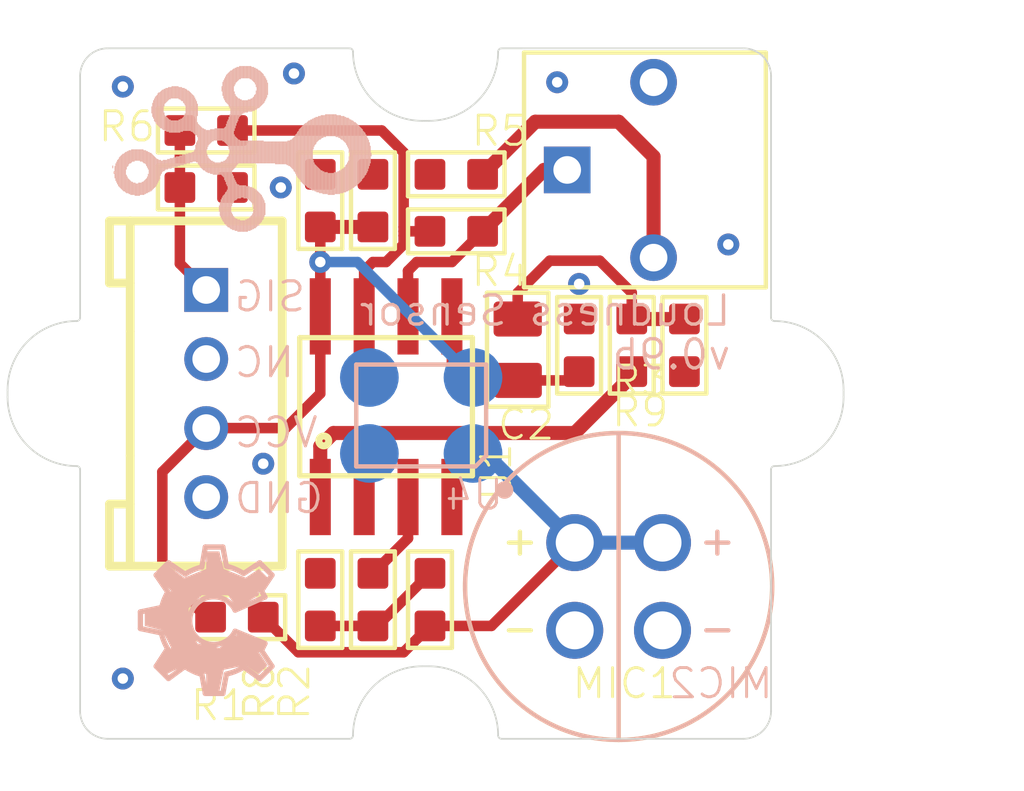
<source format=kicad_pcb>
(kicad_pcb (version 20171130) (host pcbnew "(5.1.7)-1")

  (general
    (thickness 1.6)
    (drawings 8)
    (tracks 89)
    (zones 0)
    (modules 23)
    (nets 16)
  )

  (page A4)
  (layers
    (0 Top signal)
    (31 Bottom signal)
    (32 B.Adhes user)
    (33 F.Adhes user)
    (34 B.Paste user)
    (35 F.Paste user)
    (36 B.SilkS user)
    (37 F.SilkS user)
    (38 B.Mask user)
    (39 F.Mask user)
    (40 Dwgs.User user)
    (41 Cmts.User user)
    (42 Eco1.User user)
    (43 Eco2.User user)
    (44 Edge.Cuts user)
    (45 Margin user)
    (46 B.CrtYd user)
    (47 F.CrtYd user)
    (48 B.Fab user)
    (49 F.Fab user)
  )

  (setup
    (last_trace_width 0.25)
    (trace_clearance 0.1524)
    (zone_clearance 0.508)
    (zone_45_only no)
    (trace_min 0.2)
    (via_size 0.8)
    (via_drill 0.4)
    (via_min_size 0.4)
    (via_min_drill 0.3)
    (uvia_size 0.3)
    (uvia_drill 0.1)
    (uvias_allowed no)
    (uvia_min_size 0.2)
    (uvia_min_drill 0.1)
    (edge_width 0.05)
    (segment_width 0.2)
    (pcb_text_width 0.3)
    (pcb_text_size 1.5 1.5)
    (mod_edge_width 0.12)
    (mod_text_size 1 1)
    (mod_text_width 0.15)
    (pad_size 1.524 1.524)
    (pad_drill 0.762)
    (pad_to_mask_clearance 0)
    (aux_axis_origin 0 0)
    (visible_elements FFFFFF7F)
    (pcbplotparams
      (layerselection 0x010fc_ffffffff)
      (usegerberextensions false)
      (usegerberattributes true)
      (usegerberadvancedattributes true)
      (creategerberjobfile true)
      (excludeedgelayer true)
      (linewidth 0.100000)
      (plotframeref false)
      (viasonmask false)
      (mode 1)
      (useauxorigin false)
      (hpglpennumber 1)
      (hpglpenspeed 20)
      (hpglpendiameter 15.000000)
      (psnegative false)
      (psa4output false)
      (plotreference true)
      (plotvalue true)
      (plotinvisibletext false)
      (padsonsilk false)
      (subtractmaskfromsilk false)
      (outputformat 1)
      (mirror false)
      (drillshape 1)
      (scaleselection 1)
      (outputdirectory ""))
  )

  (net 0 "")
  (net 1 GND)
  (net 2 /VCC)
  (net 3 "Net-(J2-Pad2)")
  (net 4 /SIG)
  (net 5 "Net-(C1-Pad2)")
  (net 6 /MIC)
  (net 7 +V)
  (net 8 "Net-(R4-Pad2)")
  (net 9 "Net-(R4-Pad1)")
  (net 10 "Net-(C2-Pad1)")
  (net 11 "Net-(R2-Pad2)")
  (net 12 "Net-(R9-Pad1)")
  (net 13 "Net-(C2-Pad2)")
  (net 14 "Net-(R7-Pad2)")
  (net 15 "Net-(R5-Pad2)")

  (net_class Default "This is the default net class."
    (clearance 0.1524)
    (trace_width 0.25)
    (via_dia 0.8)
    (via_drill 0.4)
    (uvia_dia 0.3)
    (uvia_drill 0.1)
    (add_net +V)
    (add_net /MIC)
    (add_net /SIG)
    (add_net /VCC)
    (add_net GND)
    (add_net "Net-(C1-Pad2)")
    (add_net "Net-(C2-Pad1)")
    (add_net "Net-(C2-Pad2)")
    (add_net "Net-(J2-Pad2)")
    (add_net "Net-(R2-Pad2)")
    (add_net "Net-(R4-Pad1)")
    (add_net "Net-(R4-Pad2)")
    (add_net "Net-(R5-Pad2)")
    (add_net "Net-(R7-Pad2)")
    (add_net "Net-(R9-Pad1)")
    (add_net VCC)
  )

  (module "Grove-loudness sensor:2.0_1X4" (layer Top) (tedit 0) (tstamp 5FA53D08)
    (at 142.1511 105.0036 270)
    (path /C3E76336)
    (fp_text reference J2 (at -4.8 -0.8 90) (layer F.Mask)
      (effects (font (size 0.77216 0.77216) (thickness 0.077216)) (justify left bottom))
    )
    (fp_text value TWIG_2.0 (at 0 0 270) (layer F.SilkS) hide
      (effects (font (size 1.27 1.27) (thickness 0.15)) (justify right top))
    )
    (fp_line (start 3.175 2.794) (end 4.953 2.794) (layer Dwgs.User) (width 0.254))
    (fp_line (start 3.175 2.159) (end 3.175 2.794) (layer Dwgs.User) (width 0.254))
    (fp_line (start 1.778 2.159) (end 3.175 2.159) (layer Dwgs.User) (width 0.254))
    (fp_line (start 1.778 2.286) (end 1.778 2.159) (layer Dwgs.User) (width 0.254))
    (fp_line (start 1.778 4.191) (end 1.778 2.286) (layer Dwgs.User) (width 0.254))
    (fp_line (start -1.778 4.191) (end 1.778 4.191) (layer Dwgs.User) (width 0.254))
    (fp_line (start -1.778 2.159) (end -1.778 4.191) (layer Dwgs.User) (width 0.254))
    (fp_line (start -3.175 2.159) (end -1.778 2.159) (layer Dwgs.User) (width 0.254))
    (fp_line (start -3.175 2.286) (end -3.175 2.159) (layer Dwgs.User) (width 0.254))
    (fp_line (start -3.175 2.794) (end -3.175 2.286) (layer Dwgs.User) (width 0.254))
    (fp_line (start -4.953 2.794) (end -3.175 2.794) (layer Dwgs.User) (width 0.254))
    (fp_line (start -5 2.8) (end -5 -2.2) (layer Dwgs.User) (width 0.254))
    (fp_line (start 5 -2.2) (end 5 2.8) (layer Dwgs.User) (width 0.254))
    (fp_line (start -5 -2.2) (end 5 -2.2) (layer Dwgs.User) (width 0.254))
    (fp_line (start 5 2.8) (end 5 2.2) (layer F.SilkS) (width 0.254))
    (fp_line (start 3.2 2.8) (end 5 2.8) (layer F.SilkS) (width 0.254))
    (fp_line (start 3.2 2.2) (end 3.2 2.8) (layer F.SilkS) (width 0.254))
    (fp_line (start 1.8 2.2) (end 3.2 2.2) (layer F.SilkS) (width 0.254))
    (fp_line (start -1.8 2.2) (end 1.8 2.2) (layer F.SilkS) (width 0.254))
    (fp_line (start -3.2 2.2) (end -1.8 2.2) (layer F.SilkS) (width 0.254))
    (fp_line (start -3.2 2.8) (end -3.2 2.2) (layer F.SilkS) (width 0.254))
    (fp_line (start -5 2.8) (end -3.2 2.8) (layer F.SilkS) (width 0.254))
    (fp_line (start -5 2.2) (end -5 2.8) (layer F.SilkS) (width 0.254))
    (fp_line (start -5 -2.2) (end 5 -2.2) (layer F.SilkS) (width 0.254))
    (fp_line (start 5 2.2) (end 5 -2.2) (layer F.SilkS) (width 0.254))
    (fp_line (start 3.2 2.2) (end 5 2.2) (layer F.SilkS) (width 0.254))
    (fp_line (start -5 2.2) (end -3.2 2.2) (layer F.SilkS) (width 0.254))
    (fp_line (start -5 -2.2) (end -5 2.2) (layer F.SilkS) (width 0.254))
    (fp_line (start 5 -1.5) (end 5 1.5) (layer F.SilkS) (width 0.254))
    (fp_line (start -5 -1) (end -5 1) (layer F.SilkS) (width 0.127))
    (pad 4 thru_hole circle (at 3 0 270) (size 1.27 1.27) (drill 0.8) (layers *.Cu *.Mask)
      (net 1 GND) (solder_mask_margin 0.0508))
    (pad 3 thru_hole circle (at 1 0 270) (size 1.27 1.27) (drill 0.8) (layers *.Cu *.Mask)
      (net 2 /VCC) (solder_mask_margin 0.0508))
    (pad 2 thru_hole circle (at -1 0 270) (size 1.27 1.27) (drill 0.8) (layers *.Cu *.Mask)
      (net 3 "Net-(J2-Pad2)") (solder_mask_margin 0.0508))
    (pad 1 thru_hole rect (at -3 0 270) (size 1.27 1.27) (drill 0.8) (layers *.Cu *.Mask)
      (net 4 /SIG) (solder_mask_margin 0.0508))
  )

  (module "Grove-loudness sensor:1U-DIM-W_-DRILL" (layer Top) (tedit 0) (tstamp 5FA53D2D)
    (at 148.5011 105.0036 90)
    (fp_text reference U$2 (at 0 0 90) (layer F.SilkS) hide
      (effects (font (size 1.27 1.27) (thickness 0.15)))
    )
    (fp_text value "" (at 0 0 90) (layer F.SilkS) hide
      (effects (font (size 1.27 1.27) (thickness 0.15)))
    )
    (fp_line (start 10 -9.2) (end 10 -2.2) (layer Edge.Cuts) (width 0.05))
    (fp_arc (start 9.2 -9.2) (end 9.2 -10) (angle 90) (layer Edge.Cuts) (width 0.05))
    (fp_line (start 2.2 -10) (end 9.2 -10) (layer Edge.Cuts) (width 0.05))
    (fp_arc (start 9.9 -2.2) (end 9.9 -2.1) (angle -90) (layer Edge.Cuts) (width 0.05))
    (fp_arc (start 9.9 -0.099999) (end 7.9 -0.1) (angle 90) (layer Edge.Cuts) (width 0.05))
    (fp_line (start 7.9 0.1) (end 7.9 -0.1) (layer Edge.Cuts) (width 0.05))
    (fp_arc (start 9.9 0.099999) (end 9.9 2.1) (angle 90) (layer Edge.Cuts) (width 0.05))
    (fp_arc (start 9.9 2.2) (end 10 2.2) (angle -90) (layer Edge.Cuts) (width 0.05))
    (fp_line (start 10 9.2) (end 10 2.2) (layer Edge.Cuts) (width 0.05))
    (fp_arc (start 9.2 9.2) (end 9.2 10) (angle -90) (layer Edge.Cuts) (width 0.05))
    (fp_line (start 2.2 10) (end 9.2 10) (layer Edge.Cuts) (width 0.05))
    (fp_arc (start 2.2 10.1) (end 2.1 10.1) (angle 90) (layer Edge.Cuts) (width 0.05))
    (fp_arc (start 0.099999 10.1) (end 0.1 12.1) (angle -90) (layer Edge.Cuts) (width 0.05))
    (fp_line (start -0.1 12.1) (end 0.1 12.1) (layer Edge.Cuts) (width 0.05))
    (fp_arc (start -0.099999 10.1) (end -2.1 10.1) (angle -90) (layer Edge.Cuts) (width 0.05))
    (fp_arc (start -2.2 10.1) (end -2.2 10) (angle 90) (layer Edge.Cuts) (width 0.05))
    (fp_line (start -9.2 10) (end -2.2 10) (layer Edge.Cuts) (width 0.05))
    (fp_arc (start -9.2 9.2) (end -10 9.2) (angle -90) (layer Edge.Cuts) (width 0.05))
    (fp_line (start -10 2.2) (end -10 9.2) (layer Edge.Cuts) (width 0.05))
    (fp_arc (start -9.9 2.2) (end -9.9 2.1) (angle -90) (layer Edge.Cuts) (width 0.05))
    (fp_arc (start -9.9 0.099999) (end -7.9 0.1) (angle 90) (layer Edge.Cuts) (width 0.05))
    (fp_line (start -7.9 -0.1) (end -7.9 0.1) (layer Edge.Cuts) (width 0.05))
    (fp_arc (start -9.9 -0.099999) (end -9.9 -2.1) (angle 90) (layer Edge.Cuts) (width 0.05))
    (fp_arc (start -9.9 -2.2) (end -10 -2.2) (angle -90) (layer Edge.Cuts) (width 0.05))
    (fp_line (start -10 -9.2) (end -10 -2.2) (layer Edge.Cuts) (width 0.05))
    (fp_arc (start -9.2 -9.2) (end -9.2 -10) (angle -90) (layer Edge.Cuts) (width 0.05))
    (fp_line (start -2.2 -10) (end -9.2 -10) (layer Edge.Cuts) (width 0.05))
    (fp_arc (start -2.2 -10.1) (end -2.1 -10.1) (angle 90) (layer Edge.Cuts) (width 0.05))
    (fp_arc (start -0.099999 -10.1) (end -0.1 -12.1) (angle -90) (layer Edge.Cuts) (width 0.05))
    (fp_line (start 0.1 -12.1) (end -0.1 -12.1) (layer Edge.Cuts) (width 0.05))
    (fp_arc (start 0.099999 -10.1) (end 2.1 -10.1) (angle -90) (layer Edge.Cuts) (width 0.05))
    (fp_arc (start 2.2 -10.1) (end 2.2 -10) (angle 90) (layer Edge.Cuts) (width 0.05))
    (pad "" np_thru_hole circle (at 0 -10 90) (size 2.2 2.2) (drill 2.2) (layers *.Cu *.Mask))
    (pad "" np_thru_hole circle (at 0 10 90) (size 2.2 2.2) (drill 2.2) (layers *.Cu *.Mask))
  )

  (module "Grove-loudness sensor:OSHW_FILLX150_NOTEXT" (layer Bottom) (tedit 0) (tstamp 5FA53D52)
    (at 144.0561 109.4486 270)
    (fp_text reference U$1 (at 0 0 270) (layer B.SilkS) hide
      (effects (font (size 1.27 1.27) (thickness 0.15)) (justify mirror))
    )
    (fp_text value "" (at 0 0 270) (layer B.SilkS) hide
      (effects (font (size 1.27 1.27) (thickness 0.15)) (justify mirror))
    )
    (fp_poly (pts (xy 1.397 0.381) (xy 1.27 0.381) (xy 0.889 0.127) (xy 0.635 0.381)
      (xy 0.889 0.762) (xy 0.635 1.397) (xy 0.127 1.524) (xy 0.127 1.905)
      (xy 0.635 1.905) (xy 0.889 2.54) (xy 0.508 3.048) (xy 0.889 3.302)
      (xy 1.27 2.921) (xy 1.778 3.175) (xy 1.905 3.683) (xy 2.286 3.683)
      (xy 2.413 3.175) (xy 2.921 2.921) (xy 3.429 3.302) (xy 3.683 3.048)
      (xy 3.429 2.54) (xy 3.683 1.905) (xy 4.191 1.905) (xy 4.191 1.524)
      (xy 3.556 1.397) (xy 3.429 0.762) (xy 3.683 0.381) (xy 3.429 0.127)
      (xy 3.048 0.381) (xy 2.794 0.254) (xy 2.54 1.016) (xy 2.921 1.524)
      (xy 2.794 2.159) (xy 2.286 2.413) (xy 1.778 2.413) (xy 1.397 2.032)
      (xy 1.397 1.27) (xy 1.778 1.016)) (layer B.SilkS) (width 0))
    (fp_arc (start 2.126499 1.653539) (end 3.6805 1.3228) (angle -19.717465) (layer B.SilkS) (width 0.1524))
    (fp_arc (start 2.2101 1.639556) (end 3.4671 2.5105) (angle -19.769635) (layer B.SilkS) (width 0.1524))
    (fp_arc (start 2.137212 1.658899) (end 2.4892 3.204) (angle -17.788236) (layer B.SilkS) (width 0.1524))
    (fp_arc (start 2.11432 1.648199) (end 1.3015 3.0119) (angle -17.515118) (layer B.SilkS) (width 0.1524))
    (fp_arc (start 2.126399 1.650823) (end 0.5796 2.0376) (angle -18.74246) (layer B.SilkS) (width 0.1524))
    (fp_arc (start 2.073199 1.67889) (end 0.7681 0.825) (angle -18.384503) (layer B.SilkS) (width 0.1524))
    (fp_arc (start 2.1336 1.6891) (end 1.8288 1.0668) (angle -307.809152) (layer B.SilkS) (width 0.1524))
    (fp_line (start 2.794 0.2032) (end 2.4384 1.0668) (layer B.SilkS) (width 0.1524))
    (fp_line (start 2.9972 0.3048) (end 2.794 0.2032) (layer B.SilkS) (width 0.1524))
    (fp_line (start 3.4544 0) (end 2.9972 0.3048) (layer B.SilkS) (width 0.1524))
    (fp_line (start 3.81 0.3556) (end 3.4544 0) (layer B.SilkS) (width 0.1524))
    (fp_line (start 3.4798 0.8128) (end 3.81 0.3556) (layer B.SilkS) (width 0.1524))
    (fp_line (start 4.2418 1.4224) (end 3.683 1.3208) (layer B.SilkS) (width 0.1524))
    (fp_line (start 4.2418 1.9304) (end 4.2418 1.4224) (layer B.SilkS) (width 0.1524))
    (fp_line (start 3.683 2.032) (end 4.2418 1.9304) (layer B.SilkS) (width 0.1524))
    (fp_line (start 3.81 2.9972) (end 3.4544 2.5146) (layer B.SilkS) (width 0.1524))
    (fp_line (start 3.4544 3.3528) (end 3.81 2.9972) (layer B.SilkS) (width 0.1524))
    (fp_line (start 2.9464 3.0226) (end 3.4544 3.3528) (layer B.SilkS) (width 0.1524))
    (fp_line (start 2.3622 3.81) (end 2.4892 3.2004) (layer B.SilkS) (width 0.1524))
    (fp_line (start 1.8796 3.81) (end 2.3622 3.81) (layer B.SilkS) (width 0.1524))
    (fp_line (start 1.7526 3.2004) (end 1.8796 3.81) (layer B.SilkS) (width 0.1524))
    (fp_line (start 0.8128 3.3528) (end 1.2954 3.0226) (layer B.SilkS) (width 0.1524))
    (fp_line (start 0.4572 2.9972) (end 0.8128 3.3528) (layer B.SilkS) (width 0.1524))
    (fp_line (start 0.7874 2.5146) (end 0.4572 2.9972) (layer B.SilkS) (width 0.1524))
    (fp_line (start 0 1.9304) (end 0.5842 2.032) (layer B.SilkS) (width 0.1524))
    (fp_line (start 0 1.4224) (end 0 1.9304) (layer B.SilkS) (width 0.1524))
    (fp_line (start 0.5588 1.3208) (end 0 1.4224) (layer B.SilkS) (width 0.1524))
    (fp_line (start 0.4572 0.3556) (end 0.762 0.8128) (layer B.SilkS) (width 0.1524))
    (fp_line (start 0.8128 0) (end 0.4572 0.3556) (layer B.SilkS) (width 0.1524))
    (fp_line (start 1.27 0.3048) (end 0.8128 0) (layer B.SilkS) (width 0.1524))
    (fp_line (start 1.4478 0.2032) (end 1.27 0.3048) (layer B.SilkS) (width 0.1524))
    (fp_line (start 1.8288 1.0668) (end 1.4478 0.2032) (layer B.SilkS) (width 0.1524))
  )

  (module "Grove-loudness sensor:TWIGLOGO" (layer Bottom) (tedit 0) (tstamp 5FA53D76)
    (at 145.9611 98.0186 270)
    (fp_text reference U$3 (at 0 0 270) (layer B.SilkS) hide
      (effects (font (size 1.27 1.27) (thickness 0.15)) (justify mirror))
    )
    (fp_text value "" (at 0 0 270) (layer B.SilkS) hide
      (effects (font (size 1.27 1.27) (thickness 0.15)) (justify mirror))
    )
    (fp_poly (pts (xy 0.381 6.5024) (xy 0.4572 6.5024) (xy 0.4572 6.5278) (xy 0.381 6.5278)) (layer B.SilkS) (width 0))
    (fp_poly (pts (xy 0.5461 6.4643) (xy 0.6223 6.4643) (xy 0.6223 6.4897) (xy 0.5461 6.4897)) (layer B.SilkS) (width 0))
    (fp_poly (pts (xy 0.3937 6.4389) (xy 0.7493 6.4389) (xy 0.7493 6.4643) (xy 0.3937 6.4643)) (layer B.SilkS) (width 0))
    (fp_poly (pts (xy 0.3175 6.4135) (xy 0.8255 6.4135) (xy 0.8255 6.4389) (xy 0.3175 6.4389)) (layer B.SilkS) (width 0))
    (fp_poly (pts (xy 0.2667 6.3881) (xy 0.8763 6.3881) (xy 0.8763 6.4135) (xy 0.2667 6.4135)) (layer B.SilkS) (width 0))
    (fp_poly (pts (xy 0.2159 6.3627) (xy 0.9271 6.3627) (xy 0.9271 6.3881) (xy 0.2159 6.3881)) (layer B.SilkS) (width 0))
    (fp_poly (pts (xy 0.1905 6.3373) (xy 0.9779 6.3373) (xy 0.9779 6.3627) (xy 0.1905 6.3627)) (layer B.SilkS) (width 0))
    (fp_poly (pts (xy 0.1397 6.3119) (xy 1.0033 6.3119) (xy 1.0033 6.3373) (xy 0.1397 6.3373)) (layer B.SilkS) (width 0))
    (fp_poly (pts (xy 0.1143 6.2865) (xy 1.0287 6.2865) (xy 1.0287 6.3119) (xy 0.1143 6.3119)) (layer B.SilkS) (width 0))
    (fp_poly (pts (xy 0.0889 6.2611) (xy 1.0541 6.2611) (xy 1.0541 6.2865) (xy 0.0889 6.2865)) (layer B.SilkS) (width 0))
    (fp_poly (pts (xy 0.0635 6.2357) (xy 1.0795 6.2357) (xy 1.0795 6.2611) (xy 0.0635 6.2611)) (layer B.SilkS) (width 0))
    (fp_poly (pts (xy 0.0381 6.2103) (xy 1.1049 6.2103) (xy 1.1049 6.2357) (xy 0.0381 6.2357)) (layer B.SilkS) (width 0))
    (fp_poly (pts (xy 0.0381 6.1849) (xy 1.1303 6.1849) (xy 1.1303 6.2103) (xy 0.0381 6.2103)) (layer B.SilkS) (width 0))
    (fp_poly (pts (xy 0.0127 6.1595) (xy 1.1303 6.1595) (xy 1.1303 6.1849) (xy 0.0127 6.1849)) (layer B.SilkS) (width 0))
    (fp_poly (pts (xy -0.0127 6.1341) (xy 1.1557 6.1341) (xy 1.1557 6.1595) (xy -0.0127 6.1595)) (layer B.SilkS) (width 0))
    (fp_poly (pts (xy 0.6477 6.1087) (xy 1.1811 6.1087) (xy 1.1811 6.1341) (xy 0.6477 6.1341)) (layer B.SilkS) (width 0))
    (fp_poly (pts (xy -0.0127 6.1087) (xy 0.4953 6.1087) (xy 0.4953 6.1341) (xy -0.0127 6.1341)) (layer B.SilkS) (width 0))
    (fp_poly (pts (xy 0.6985 6.0833) (xy 1.1811 6.0833) (xy 1.1811 6.1087) (xy 0.6985 6.1087)) (layer B.SilkS) (width 0))
    (fp_poly (pts (xy -0.0381 6.0833) (xy 0.4191 6.0833) (xy 0.4191 6.1087) (xy -0.0381 6.1087)) (layer B.SilkS) (width 0))
    (fp_poly (pts (xy 0.7493 6.0579) (xy 1.1811 6.0579) (xy 1.1811 6.0833) (xy 0.7493 6.0833)) (layer B.SilkS) (width 0))
    (fp_poly (pts (xy -0.0381 6.0579) (xy 0.3937 6.0579) (xy 0.3937 6.0833) (xy -0.0381 6.0833)) (layer B.SilkS) (width 0))
    (fp_poly (pts (xy 0.7747 6.0325) (xy 1.2065 6.0325) (xy 1.2065 6.0579) (xy 0.7747 6.0579)) (layer B.SilkS) (width 0))
    (fp_poly (pts (xy -0.0635 6.0325) (xy 0.3429 6.0325) (xy 0.3429 6.0579) (xy -0.0635 6.0579)) (layer B.SilkS) (width 0))
    (fp_poly (pts (xy 0.8001 6.0071) (xy 1.2065 6.0071) (xy 1.2065 6.0325) (xy 0.8001 6.0325)) (layer B.SilkS) (width 0))
    (fp_poly (pts (xy -0.0635 6.0071) (xy 0.3175 6.0071) (xy 0.3175 6.0325) (xy -0.0635 6.0325)) (layer B.SilkS) (width 0))
    (fp_poly (pts (xy 0.8255 5.9817) (xy 1.2319 5.9817) (xy 1.2319 6.0071) (xy 0.8255 6.0071)) (layer B.SilkS) (width 0))
    (fp_poly (pts (xy -0.0635 5.9817) (xy 0.3175 5.9817) (xy 0.3175 6.0071) (xy -0.0635 6.0071)) (layer B.SilkS) (width 0))
    (fp_poly (pts (xy 0.8509 5.9563) (xy 1.2319 5.9563) (xy 1.2319 5.9817) (xy 0.8509 5.9817)) (layer B.SilkS) (width 0))
    (fp_poly (pts (xy -0.0889 5.9563) (xy 0.2921 5.9563) (xy 0.2921 5.9817) (xy -0.0889 5.9817)) (layer B.SilkS) (width 0))
    (fp_poly (pts (xy 0.8509 5.9309) (xy 1.2319 5.9309) (xy 1.2319 5.9563) (xy 0.8509 5.9563)) (layer B.SilkS) (width 0))
    (fp_poly (pts (xy -0.0889 5.9309) (xy 0.2667 5.9309) (xy 0.2667 5.9563) (xy -0.0889 5.9563)) (layer B.SilkS) (width 0))
    (fp_poly (pts (xy 0.8763 5.9055) (xy 1.2319 5.9055) (xy 1.2319 5.9309) (xy 0.8763 5.9309)) (layer B.SilkS) (width 0))
    (fp_poly (pts (xy -0.0889 5.9055) (xy 0.2667 5.9055) (xy 0.2667 5.9309) (xy -0.0889 5.9309)) (layer B.SilkS) (width 0))
    (fp_poly (pts (xy 0.8763 5.8801) (xy 1.2319 5.8801) (xy 1.2319 5.9055) (xy 0.8763 5.9055)) (layer B.SilkS) (width 0))
    (fp_poly (pts (xy -0.0889 5.8801) (xy 0.2667 5.8801) (xy 0.2667 5.9055) (xy -0.0889 5.9055)) (layer B.SilkS) (width 0))
    (fp_poly (pts (xy 0.8763 5.8547) (xy 1.2573 5.8547) (xy 1.2573 5.8801) (xy 0.8763 5.8801)) (layer B.SilkS) (width 0))
    (fp_poly (pts (xy -0.0889 5.8547) (xy 0.2413 5.8547) (xy 0.2413 5.8801) (xy -0.0889 5.8801)) (layer B.SilkS) (width 0))
    (fp_poly (pts (xy 0.9017 5.8293) (xy 1.2573 5.8293) (xy 1.2573 5.8547) (xy 0.9017 5.8547)) (layer B.SilkS) (width 0))
    (fp_poly (pts (xy -0.0889 5.8293) (xy 0.2413 5.8293) (xy 0.2413 5.8547) (xy -0.0889 5.8547)) (layer B.SilkS) (width 0))
    (fp_poly (pts (xy 0.9017 5.8039) (xy 1.2573 5.8039) (xy 1.2573 5.8293) (xy 0.9017 5.8293)) (layer B.SilkS) (width 0))
    (fp_poly (pts (xy -0.0889 5.8039) (xy 0.2413 5.8039) (xy 0.2413 5.8293) (xy -0.0889 5.8293)) (layer B.SilkS) (width 0))
    (fp_poly (pts (xy 0.9017 5.7785) (xy 1.2573 5.7785) (xy 1.2573 5.8039) (xy 0.9017 5.8039)) (layer B.SilkS) (width 0))
    (fp_poly (pts (xy -0.0889 5.7785) (xy 0.2413 5.7785) (xy 0.2413 5.8039) (xy -0.0889 5.8039)) (layer B.SilkS) (width 0))
    (fp_poly (pts (xy 0.8763 5.7531) (xy 1.2573 5.7531) (xy 1.2573 5.7785) (xy 0.8763 5.7785)) (layer B.SilkS) (width 0))
    (fp_poly (pts (xy -0.0889 5.7531) (xy 0.2413 5.7531) (xy 0.2413 5.7785) (xy -0.0889 5.7785)) (layer B.SilkS) (width 0))
    (fp_poly (pts (xy 0.8763 5.7277) (xy 1.2573 5.7277) (xy 1.2573 5.7531) (xy 0.8763 5.7531)) (layer B.SilkS) (width 0))
    (fp_poly (pts (xy -0.0889 5.7277) (xy 0.2413 5.7277) (xy 0.2413 5.7531) (xy -0.0889 5.7531)) (layer B.SilkS) (width 0))
    (fp_poly (pts (xy 0.8763 5.7023) (xy 1.2319 5.7023) (xy 1.2319 5.7277) (xy 0.8763 5.7277)) (layer B.SilkS) (width 0))
    (fp_poly (pts (xy -0.0889 5.7023) (xy 0.2667 5.7023) (xy 0.2667 5.7277) (xy -0.0889 5.7277)) (layer B.SilkS) (width 0))
    (fp_poly (pts (xy 0.8763 5.6769) (xy 1.2319 5.6769) (xy 1.2319 5.7023) (xy 0.8763 5.7023)) (layer B.SilkS) (width 0))
    (fp_poly (pts (xy -0.0889 5.6769) (xy 0.2667 5.6769) (xy 0.2667 5.7023) (xy -0.0889 5.7023)) (layer B.SilkS) (width 0))
    (fp_poly (pts (xy 0.8509 5.6515) (xy 1.2319 5.6515) (xy 1.2319 5.6769) (xy 0.8509 5.6769)) (layer B.SilkS) (width 0))
    (fp_poly (pts (xy -0.0889 5.6515) (xy 0.2667 5.6515) (xy 0.2667 5.6769) (xy -0.0889 5.6769)) (layer B.SilkS) (width 0))
    (fp_poly (pts (xy 0.8509 5.6261) (xy 1.2319 5.6261) (xy 1.2319 5.6515) (xy 0.8509 5.6515)) (layer B.SilkS) (width 0))
    (fp_poly (pts (xy -0.0889 5.6261) (xy 0.2921 5.6261) (xy 0.2921 5.6515) (xy -0.0889 5.6515)) (layer B.SilkS) (width 0))
    (fp_poly (pts (xy 0.8255 5.6007) (xy 1.2319 5.6007) (xy 1.2319 5.6261) (xy 0.8255 5.6261)) (layer B.SilkS) (width 0))
    (fp_poly (pts (xy -0.0635 5.6007) (xy 0.3175 5.6007) (xy 0.3175 5.6261) (xy -0.0635 5.6261)) (layer B.SilkS) (width 0))
    (fp_poly (pts (xy 0.8001 5.5753) (xy 1.2065 5.5753) (xy 1.2065 5.6007) (xy 0.8001 5.6007)) (layer B.SilkS) (width 0))
    (fp_poly (pts (xy -0.0635 5.5753) (xy 0.3175 5.5753) (xy 0.3175 5.6007) (xy -0.0635 5.6007)) (layer B.SilkS) (width 0))
    (fp_poly (pts (xy 0.7747 5.5499) (xy 1.2065 5.5499) (xy 1.2065 5.5753) (xy 0.7747 5.5753)) (layer B.SilkS) (width 0))
    (fp_poly (pts (xy -0.0635 5.5499) (xy 0.3429 5.5499) (xy 0.3429 5.5753) (xy -0.0635 5.5753)) (layer B.SilkS) (width 0))
    (fp_poly (pts (xy 0.7493 5.5245) (xy 1.1811 5.5245) (xy 1.1811 5.5499) (xy 0.7493 5.5499)) (layer B.SilkS) (width 0))
    (fp_poly (pts (xy -0.0381 5.5245) (xy 0.3937 5.5245) (xy 0.3937 5.5499) (xy -0.0381 5.5499)) (layer B.SilkS) (width 0))
    (fp_poly (pts (xy 0.6985 5.4991) (xy 1.1811 5.4991) (xy 1.1811 5.5245) (xy 0.6985 5.5245)) (layer B.SilkS) (width 0))
    (fp_poly (pts (xy -0.0381 5.4991) (xy 0.4445 5.4991) (xy 0.4445 5.5245) (xy -0.0381 5.5245)) (layer B.SilkS) (width 0))
    (fp_poly (pts (xy 0.6223 5.4737) (xy 1.1557 5.4737) (xy 1.1557 5.4991) (xy 0.6223 5.4991)) (layer B.SilkS) (width 0))
    (fp_poly (pts (xy -0.0127 5.4737) (xy 0.4953 5.4737) (xy 0.4953 5.4991) (xy -0.0127 5.4991)) (layer B.SilkS) (width 0))
    (fp_poly (pts (xy -0.0127 5.4483) (xy 1.1557 5.4483) (xy 1.1557 5.4737) (xy -0.0127 5.4737)) (layer B.SilkS) (width 0))
    (fp_poly (pts (xy 0.0127 5.4229) (xy 1.1303 5.4229) (xy 1.1303 5.4483) (xy 0.0127 5.4483)) (layer B.SilkS) (width 0))
    (fp_poly (pts (xy 0.0127 5.3975) (xy 1.1303 5.3975) (xy 1.1303 5.4229) (xy 0.0127 5.4229)) (layer B.SilkS) (width 0))
    (fp_poly (pts (xy 0.0381 5.3721) (xy 1.1049 5.3721) (xy 1.1049 5.3975) (xy 0.0381 5.3975)) (layer B.SilkS) (width 0))
    (fp_poly (pts (xy -1.3335 5.3721) (xy -1.1303 5.3721) (xy -1.1303 5.3975) (xy -1.3335 5.3975)) (layer B.SilkS) (width 0))
    (fp_poly (pts (xy 0.0635 5.3467) (xy 1.0795 5.3467) (xy 1.0795 5.3721) (xy 0.0635 5.3721)) (layer B.SilkS) (width 0))
    (fp_poly (pts (xy -1.4351 5.3467) (xy -1.0287 5.3467) (xy -1.0287 5.3721) (xy -1.4351 5.3721)) (layer B.SilkS) (width 0))
    (fp_poly (pts (xy 0.0889 5.3213) (xy 1.0541 5.3213) (xy 1.0541 5.3467) (xy 0.0889 5.3467)) (layer B.SilkS) (width 0))
    (fp_poly (pts (xy -1.5113 5.3213) (xy -0.9779 5.3213) (xy -0.9779 5.3467) (xy -1.5113 5.3467)) (layer B.SilkS) (width 0))
    (fp_poly (pts (xy 0.1143 5.2959) (xy 1.0287 5.2959) (xy 1.0287 5.3213) (xy 0.1143 5.3213)) (layer B.SilkS) (width 0))
    (fp_poly (pts (xy -1.5621 5.2959) (xy -0.9017 5.2959) (xy -0.9017 5.3213) (xy -1.5621 5.3213)) (layer B.SilkS) (width 0))
    (fp_poly (pts (xy 0.1397 5.2705) (xy 1.0033 5.2705) (xy 1.0033 5.2959) (xy 0.1397 5.2959)) (layer B.SilkS) (width 0))
    (fp_poly (pts (xy -1.6129 5.2705) (xy -0.8763 5.2705) (xy -0.8763 5.2959) (xy -1.6129 5.2959)) (layer B.SilkS) (width 0))
    (fp_poly (pts (xy 0.1651 5.2451) (xy 0.9779 5.2451) (xy 0.9779 5.2705) (xy 0.1651 5.2705)) (layer B.SilkS) (width 0))
    (fp_poly (pts (xy -1.6383 5.2451) (xy -0.8255 5.2451) (xy -0.8255 5.2705) (xy -1.6383 5.2705)) (layer B.SilkS) (width 0))
    (fp_poly (pts (xy 0.1905 5.2197) (xy 0.9271 5.2197) (xy 0.9271 5.2451) (xy 0.1905 5.2451)) (layer B.SilkS) (width 0))
    (fp_poly (pts (xy -1.6637 5.2197) (xy -0.8001 5.2197) (xy -0.8001 5.2451) (xy -1.6637 5.2451)) (layer B.SilkS) (width 0))
    (fp_poly (pts (xy 0.1905 5.1943) (xy 0.8763 5.1943) (xy 0.8763 5.2197) (xy 0.1905 5.2197)) (layer B.SilkS) (width 0))
    (fp_poly (pts (xy -1.7145 5.1943) (xy -0.7747 5.1943) (xy -0.7747 5.2197) (xy -1.7145 5.2197)) (layer B.SilkS) (width 0))
    (fp_poly (pts (xy 0.2159 5.1689) (xy 0.8255 5.1689) (xy 0.8255 5.1943) (xy 0.2159 5.1943)) (layer B.SilkS) (width 0))
    (fp_poly (pts (xy -1.7399 5.1689) (xy -0.7493 5.1689) (xy -0.7493 5.1943) (xy -1.7399 5.1943)) (layer B.SilkS) (width 0))
    (fp_poly (pts (xy 0.2159 5.1435) (xy 0.7747 5.1435) (xy 0.7747 5.1689) (xy 0.2159 5.1689)) (layer B.SilkS) (width 0))
    (fp_poly (pts (xy -1.7399 5.1435) (xy -0.7239 5.1435) (xy -0.7239 5.1689) (xy -1.7399 5.1689)) (layer B.SilkS) (width 0))
    (fp_poly (pts (xy 0.2159 5.1181) (xy 0.6731 5.1181) (xy 0.6731 5.1435) (xy 0.2159 5.1435)) (layer B.SilkS) (width 0))
    (fp_poly (pts (xy -1.7653 5.1181) (xy -0.6985 5.1181) (xy -0.6985 5.1435) (xy -1.7653 5.1435)) (layer B.SilkS) (width 0))
    (fp_poly (pts (xy 0.2413 5.0927) (xy 0.6223 5.0927) (xy 0.6223 5.1181) (xy 0.2413 5.1181)) (layer B.SilkS) (width 0))
    (fp_poly (pts (xy -1.7907 5.0927) (xy -0.6985 5.0927) (xy -0.6985 5.1181) (xy -1.7907 5.1181)) (layer B.SilkS) (width 0))
    (fp_poly (pts (xy 0.2413 5.0673) (xy 0.5715 5.0673) (xy 0.5715 5.0927) (xy 0.2413 5.0927)) (layer B.SilkS) (width 0))
    (fp_poly (pts (xy -1.8161 5.0673) (xy -0.6731 5.0673) (xy -0.6731 5.0927) (xy -1.8161 5.0927)) (layer B.SilkS) (width 0))
    (fp_poly (pts (xy 0.2159 5.0419) (xy 0.5461 5.0419) (xy 0.5461 5.0673) (xy 0.2159 5.0673)) (layer B.SilkS) (width 0))
    (fp_poly (pts (xy -1.8161 5.0419) (xy -0.6477 5.0419) (xy -0.6477 5.0673) (xy -1.8161 5.0673)) (layer B.SilkS) (width 0))
    (fp_poly (pts (xy 0.2159 5.0165) (xy 0.5461 5.0165) (xy 0.5461 5.0419) (xy 0.2159 5.0419)) (layer B.SilkS) (width 0))
    (fp_poly (pts (xy -1.1557 5.0165) (xy -0.6477 5.0165) (xy -0.6477 5.0419) (xy -1.1557 5.0419)) (layer B.SilkS) (width 0))
    (fp_poly (pts (xy -1.8415 5.0165) (xy -1.3335 5.0165) (xy -1.3335 5.0419) (xy -1.8415 5.0419)) (layer B.SilkS) (width 0))
    (fp_poly (pts (xy 0.2159 4.9911) (xy 0.5207 4.9911) (xy 0.5207 5.0165) (xy 0.2159 5.0165)) (layer B.SilkS) (width 0))
    (fp_poly (pts (xy -1.0795 4.9911) (xy -0.6223 4.9911) (xy -0.6223 5.0165) (xy -1.0795 5.0165)) (layer B.SilkS) (width 0))
    (fp_poly (pts (xy -1.8415 4.9911) (xy -1.4097 4.9911) (xy -1.4097 5.0165) (xy -1.8415 5.0165)) (layer B.SilkS) (width 0))
    (fp_poly (pts (xy 0.2159 4.9657) (xy 0.4953 4.9657) (xy 0.4953 4.9911) (xy 0.2159 4.9911)) (layer B.SilkS) (width 0))
    (fp_poly (pts (xy -1.0541 4.9657) (xy -0.6223 4.9657) (xy -0.6223 4.9911) (xy -1.0541 4.9911)) (layer B.SilkS) (width 0))
    (fp_poly (pts (xy -1.8669 4.9657) (xy -1.4351 4.9657) (xy -1.4351 4.9911) (xy -1.8669 4.9911)) (layer B.SilkS) (width 0))
    (fp_poly (pts (xy 0.2159 4.9403) (xy 0.4953 4.9403) (xy 0.4953 4.9657) (xy 0.2159 4.9657)) (layer B.SilkS) (width 0))
    (fp_poly (pts (xy -1.0287 4.9403) (xy -0.5969 4.9403) (xy -0.5969 4.9657) (xy -1.0287 4.9657)) (layer B.SilkS) (width 0))
    (fp_poly (pts (xy -1.8669 4.9403) (xy -1.4605 4.9403) (xy -1.4605 4.9657) (xy -1.8669 4.9657)) (layer B.SilkS) (width 0))
    (fp_poly (pts (xy 0.1905 4.9149) (xy 0.4953 4.9149) (xy 0.4953 4.9403) (xy 0.1905 4.9403)) (layer B.SilkS) (width 0))
    (fp_poly (pts (xy -1.0033 4.9149) (xy -0.5969 4.9149) (xy -0.5969 4.9403) (xy -1.0033 4.9403)) (layer B.SilkS) (width 0))
    (fp_poly (pts (xy -1.8669 4.9149) (xy -1.4859 4.9149) (xy -1.4859 4.9403) (xy -1.8669 4.9403)) (layer B.SilkS) (width 0))
    (fp_poly (pts (xy 0.1905 4.8895) (xy 0.4699 4.8895) (xy 0.4699 4.9149) (xy 0.1905 4.9149)) (layer B.SilkS) (width 0))
    (fp_poly (pts (xy -0.9779 4.8895) (xy -0.5969 4.8895) (xy -0.5969 4.9149) (xy -0.9779 4.9149)) (layer B.SilkS) (width 0))
    (fp_poly (pts (xy -1.8923 4.8895) (xy -1.5113 4.8895) (xy -1.5113 4.9149) (xy -1.8923 4.9149)) (layer B.SilkS) (width 0))
    (fp_poly (pts (xy 0.1905 4.8641) (xy 0.4699 4.8641) (xy 0.4699 4.8895) (xy 0.1905 4.8895)) (layer B.SilkS) (width 0))
    (fp_poly (pts (xy -0.9525 4.8641) (xy -0.5715 4.8641) (xy -0.5715 4.8895) (xy -0.9525 4.8895)) (layer B.SilkS) (width 0))
    (fp_poly (pts (xy -1.8923 4.8641) (xy -1.5367 4.8641) (xy -1.5367 4.8895) (xy -1.8923 4.8895)) (layer B.SilkS) (width 0))
    (fp_poly (pts (xy 0.1651 4.8387) (xy 0.4699 4.8387) (xy 0.4699 4.8641) (xy 0.1651 4.8641)) (layer B.SilkS) (width 0))
    (fp_poly (pts (xy -0.9525 4.8387) (xy -0.5715 4.8387) (xy -0.5715 4.8641) (xy -0.9525 4.8641)) (layer B.SilkS) (width 0))
    (fp_poly (pts (xy -1.8923 4.8387) (xy -1.5367 4.8387) (xy -1.5367 4.8641) (xy -1.8923 4.8641)) (layer B.SilkS) (width 0))
    (fp_poly (pts (xy 0.1651 4.8133) (xy 0.4699 4.8133) (xy 0.4699 4.8387) (xy 0.1651 4.8387)) (layer B.SilkS) (width 0))
    (fp_poly (pts (xy -0.9271 4.8133) (xy -0.5715 4.8133) (xy -0.5715 4.8387) (xy -0.9271 4.8387)) (layer B.SilkS) (width 0))
    (fp_poly (pts (xy -1.8923 4.8133) (xy -1.5621 4.8133) (xy -1.5621 4.8387) (xy -1.8923 4.8387)) (layer B.SilkS) (width 0))
    (fp_poly (pts (xy 0.1651 4.7879) (xy 0.4445 4.7879) (xy 0.4445 4.8133) (xy 0.1651 4.8133)) (layer B.SilkS) (width 0))
    (fp_poly (pts (xy -0.9271 4.7879) (xy -0.5715 4.7879) (xy -0.5715 4.8133) (xy -0.9271 4.8133)) (layer B.SilkS) (width 0))
    (fp_poly (pts (xy -1.9177 4.7879) (xy -1.5621 4.7879) (xy -1.5621 4.8133) (xy -1.9177 4.8133)) (layer B.SilkS) (width 0))
    (fp_poly (pts (xy 0.1651 4.7625) (xy 0.4445 4.7625) (xy 0.4445 4.7879) (xy 0.1651 4.7879)) (layer B.SilkS) (width 0))
    (fp_poly (pts (xy -0.9271 4.7625) (xy -0.5715 4.7625) (xy -0.5715 4.7879) (xy -0.9271 4.7879)) (layer B.SilkS) (width 0))
    (fp_poly (pts (xy -1.9177 4.7625) (xy -1.5621 4.7625) (xy -1.5621 4.7879) (xy -1.9177 4.7879)) (layer B.SilkS) (width 0))
    (fp_poly (pts (xy 0.1397 4.7371) (xy 0.4445 4.7371) (xy 0.4445 4.7625) (xy 0.1397 4.7625)) (layer B.SilkS) (width 0))
    (fp_poly (pts (xy -0.9271 4.7371) (xy -0.5715 4.7371) (xy -0.5715 4.7625) (xy -0.9271 4.7625)) (layer B.SilkS) (width 0))
    (fp_poly (pts (xy -1.9177 4.7371) (xy -1.5621 4.7371) (xy -1.5621 4.7625) (xy -1.9177 4.7625)) (layer B.SilkS) (width 0))
    (fp_poly (pts (xy 0.1397 4.7117) (xy 0.4191 4.7117) (xy 0.4191 4.7371) (xy 0.1397 4.7371)) (layer B.SilkS) (width 0))
    (fp_poly (pts (xy -0.9271 4.7117) (xy -0.5715 4.7117) (xy -0.5715 4.7371) (xy -0.9271 4.7371)) (layer B.SilkS) (width 0))
    (fp_poly (pts (xy -1.9177 4.7117) (xy -1.5621 4.7117) (xy -1.5621 4.7371) (xy -1.9177 4.7371)) (layer B.SilkS) (width 0))
    (fp_poly (pts (xy 0.1397 4.6863) (xy 0.4191 4.6863) (xy 0.4191 4.7117) (xy 0.1397 4.7117)) (layer B.SilkS) (width 0))
    (fp_poly (pts (xy -0.9271 4.6863) (xy -0.5715 4.6863) (xy -0.5715 4.7117) (xy -0.9271 4.7117)) (layer B.SilkS) (width 0))
    (fp_poly (pts (xy -1.9177 4.6863) (xy -1.5621 4.6863) (xy -1.5621 4.7117) (xy -1.9177 4.7117)) (layer B.SilkS) (width 0))
    (fp_poly (pts (xy 0.1143 4.6609) (xy 0.4191 4.6609) (xy 0.4191 4.6863) (xy 0.1143 4.6863)) (layer B.SilkS) (width 0))
    (fp_poly (pts (xy -0.9271 4.6609) (xy -0.5715 4.6609) (xy -0.5715 4.6863) (xy -0.9271 4.6863)) (layer B.SilkS) (width 0))
    (fp_poly (pts (xy -1.9177 4.6609) (xy -1.5621 4.6609) (xy -1.5621 4.6863) (xy -1.9177 4.6863)) (layer B.SilkS) (width 0))
    (fp_poly (pts (xy 0.1143 4.6355) (xy 0.4191 4.6355) (xy 0.4191 4.6609) (xy 0.1143 4.6609)) (layer B.SilkS) (width 0))
    (fp_poly (pts (xy -0.9271 4.6355) (xy -0.5715 4.6355) (xy -0.5715 4.6609) (xy -0.9271 4.6609)) (layer B.SilkS) (width 0))
    (fp_poly (pts (xy -1.9177 4.6355) (xy -1.5621 4.6355) (xy -1.5621 4.6609) (xy -1.9177 4.6609)) (layer B.SilkS) (width 0))
    (fp_poly (pts (xy 0.1143 4.6101) (xy 0.3937 4.6101) (xy 0.3937 4.6355) (xy 0.1143 4.6355)) (layer B.SilkS) (width 0))
    (fp_poly (pts (xy -0.9271 4.6101) (xy -0.5715 4.6101) (xy -0.5715 4.6355) (xy -0.9271 4.6355)) (layer B.SilkS) (width 0))
    (fp_poly (pts (xy -1.9177 4.6101) (xy -1.5621 4.6101) (xy -1.5621 4.6355) (xy -1.9177 4.6355)) (layer B.SilkS) (width 0))
    (fp_poly (pts (xy 0.1143 4.5847) (xy 0.3937 4.5847) (xy 0.3937 4.6101) (xy 0.1143 4.6101)) (layer B.SilkS) (width 0))
    (fp_poly (pts (xy -0.9525 4.5847) (xy -0.5715 4.5847) (xy -0.5715 4.6101) (xy -0.9525 4.6101)) (layer B.SilkS) (width 0))
    (fp_poly (pts (xy -1.8923 4.5847) (xy -1.5367 4.5847) (xy -1.5367 4.6101) (xy -1.8923 4.6101)) (layer B.SilkS) (width 0))
    (fp_poly (pts (xy 0.0889 4.5593) (xy 0.3937 4.5593) (xy 0.3937 4.5847) (xy 0.0889 4.5847)) (layer B.SilkS) (width 0))
    (fp_poly (pts (xy -0.9525 4.5593) (xy -0.5715 4.5593) (xy -0.5715 4.5847) (xy -0.9525 4.5847)) (layer B.SilkS) (width 0))
    (fp_poly (pts (xy -1.8923 4.5593) (xy -1.5367 4.5593) (xy -1.5367 4.5847) (xy -1.8923 4.5847)) (layer B.SilkS) (width 0))
    (fp_poly (pts (xy 0.0889 4.5339) (xy 0.3683 4.5339) (xy 0.3683 4.5593) (xy 0.0889 4.5593)) (layer B.SilkS) (width 0))
    (fp_poly (pts (xy -0.9779 4.5339) (xy -0.5969 4.5339) (xy -0.5969 4.5593) (xy -0.9779 4.5593)) (layer B.SilkS) (width 0))
    (fp_poly (pts (xy -1.8923 4.5339) (xy -1.5113 4.5339) (xy -1.5113 4.5593) (xy -1.8923 4.5593)) (layer B.SilkS) (width 0))
    (fp_poly (pts (xy 0.0889 4.5085) (xy 0.3683 4.5085) (xy 0.3683 4.5339) (xy 0.0889 4.5339)) (layer B.SilkS) (width 0))
    (fp_poly (pts (xy -0.9779 4.5085) (xy -0.5969 4.5085) (xy -0.5969 4.5339) (xy -0.9779 4.5339)) (layer B.SilkS) (width 0))
    (fp_poly (pts (xy -1.8923 4.5085) (xy -1.4859 4.5085) (xy -1.4859 4.5339) (xy -1.8923 4.5339)) (layer B.SilkS) (width 0))
    (fp_poly (pts (xy 0.0635 4.4831) (xy 0.3683 4.4831) (xy 0.3683 4.5085) (xy 0.0635 4.5085)) (layer B.SilkS) (width 0))
    (fp_poly (pts (xy -1.0033 4.4831) (xy -0.5969 4.4831) (xy -0.5969 4.5085) (xy -1.0033 4.5085)) (layer B.SilkS) (width 0))
    (fp_poly (pts (xy -1.8669 4.4831) (xy -1.4859 4.4831) (xy -1.4859 4.5085) (xy -1.8669 4.5085)) (layer B.SilkS) (width 0))
    (fp_poly (pts (xy 0.0635 4.4577) (xy 0.3683 4.4577) (xy 0.3683 4.4831) (xy 0.0635 4.4831)) (layer B.SilkS) (width 0))
    (fp_poly (pts (xy -1.0287 4.4577) (xy -0.6223 4.4577) (xy -0.6223 4.4831) (xy -1.0287 4.4831)) (layer B.SilkS) (width 0))
    (fp_poly (pts (xy -1.8669 4.4577) (xy -1.4351 4.4577) (xy -1.4351 4.4831) (xy -1.8669 4.4831)) (layer B.SilkS) (width 0))
    (fp_poly (pts (xy 0.0635 4.4323) (xy 0.3429 4.4323) (xy 0.3429 4.4577) (xy 0.0635 4.4577)) (layer B.SilkS) (width 0))
    (fp_poly (pts (xy -1.0795 4.4323) (xy -0.6223 4.4323) (xy -0.6223 4.4577) (xy -1.0795 4.4577)) (layer B.SilkS) (width 0))
    (fp_poly (pts (xy -1.8669 4.4323) (xy -1.4097 4.4323) (xy -1.4097 4.4577) (xy -1.8669 4.4577)) (layer B.SilkS) (width 0))
    (fp_poly (pts (xy 0.0635 4.4069) (xy 0.3429 4.4069) (xy 0.3429 4.4323) (xy 0.0635 4.4323)) (layer B.SilkS) (width 0))
    (fp_poly (pts (xy -1.1303 4.4069) (xy -0.6223 4.4069) (xy -0.6223 4.4323) (xy -1.1303 4.4323)) (layer B.SilkS) (width 0))
    (fp_poly (pts (xy -1.8415 4.4069) (xy -1.3589 4.4069) (xy -1.3589 4.4323) (xy -1.8415 4.4323)) (layer B.SilkS) (width 0))
    (fp_poly (pts (xy 0.0381 4.3815) (xy 0.3429 4.3815) (xy 0.3429 4.4069) (xy 0.0381 4.4069)) (layer B.SilkS) (width 0))
    (fp_poly (pts (xy -1.8415 4.3815) (xy -0.6223 4.3815) (xy -0.6223 4.4069) (xy -1.8415 4.4069)) (layer B.SilkS) (width 0))
    (fp_poly (pts (xy 0.0381 4.3561) (xy 0.3175 4.3561) (xy 0.3175 4.3815) (xy 0.0381 4.3815)) (layer B.SilkS) (width 0))
    (fp_poly (pts (xy -1.8161 4.3561) (xy -0.6223 4.3561) (xy -0.6223 4.3815) (xy -1.8161 4.3815)) (layer B.SilkS) (width 0))
    (fp_poly (pts (xy 0.0381 4.3307) (xy 0.3175 4.3307) (xy 0.3175 4.3561) (xy 0.0381 4.3561)) (layer B.SilkS) (width 0))
    (fp_poly (pts (xy -1.7907 4.3307) (xy -0.6223 4.3307) (xy -0.6223 4.3561) (xy -1.7907 4.3561)) (layer B.SilkS) (width 0))
    (fp_poly (pts (xy 0.0127 4.3053) (xy 0.3175 4.3053) (xy 0.3175 4.3307) (xy 0.0127 4.3307)) (layer B.SilkS) (width 0))
    (fp_poly (pts (xy -1.7907 4.3053) (xy -0.6223 4.3053) (xy -0.6223 4.3307) (xy -1.7907 4.3307)) (layer B.SilkS) (width 0))
    (fp_poly (pts (xy 0.0127 4.2799) (xy 0.3175 4.2799) (xy 0.3175 4.3053) (xy 0.0127 4.3053)) (layer B.SilkS) (width 0))
    (fp_poly (pts (xy -1.7653 4.2799) (xy -0.6223 4.2799) (xy -0.6223 4.3053) (xy -1.7653 4.3053)) (layer B.SilkS) (width 0))
    (fp_poly (pts (xy 0.0127 4.2545) (xy 0.2921 4.2545) (xy 0.2921 4.2799) (xy 0.0127 4.2799)) (layer B.SilkS) (width 0))
    (fp_poly (pts (xy -1.7399 4.2545) (xy -0.6223 4.2545) (xy -0.6223 4.2799) (xy -1.7399 4.2799)) (layer B.SilkS) (width 0))
    (fp_poly (pts (xy 0.0127 4.2291) (xy 0.2921 4.2291) (xy 0.2921 4.2545) (xy 0.0127 4.2545)) (layer B.SilkS) (width 0))
    (fp_poly (pts (xy -1.7145 4.2291) (xy -0.5969 4.2291) (xy -0.5969 4.2545) (xy -1.7145 4.2545)) (layer B.SilkS) (width 0))
    (fp_poly (pts (xy -0.0127 4.2037) (xy 0.2921 4.2037) (xy 0.2921 4.2291) (xy -0.0127 4.2291)) (layer B.SilkS) (width 0))
    (fp_poly (pts (xy -1.6891 4.2037) (xy -0.5969 4.2037) (xy -0.5969 4.2291) (xy -1.6891 4.2291)) (layer B.SilkS) (width 0))
    (fp_poly (pts (xy -0.0127 4.1783) (xy 0.2667 4.1783) (xy 0.2667 4.2037) (xy -0.0127 4.2037)) (layer B.SilkS) (width 0))
    (fp_poly (pts (xy -1.6637 4.1783) (xy -0.5715 4.1783) (xy -0.5715 4.2037) (xy -1.6637 4.2037)) (layer B.SilkS) (width 0))
    (fp_poly (pts (xy -0.0381 4.1529) (xy 0.2667 4.1529) (xy 0.2667 4.1783) (xy -0.0381 4.1783)) (layer B.SilkS) (width 0))
    (fp_poly (pts (xy -1.6383 4.1529) (xy -0.5461 4.1529) (xy -0.5461 4.1783) (xy -1.6383 4.1783)) (layer B.SilkS) (width 0))
    (fp_poly (pts (xy -0.0889 4.1275) (xy 0.2667 4.1275) (xy 0.2667 4.1529) (xy -0.0889 4.1529)) (layer B.SilkS) (width 0))
    (fp_poly (pts (xy -1.5875 4.1275) (xy -0.5207 4.1275) (xy -0.5207 4.1529) (xy -1.5875 4.1529)) (layer B.SilkS) (width 0))
    (fp_poly (pts (xy -0.2159 4.1021) (xy 0.2667 4.1021) (xy 0.2667 4.1275) (xy -0.2159 4.1275)) (layer B.SilkS) (width 0))
    (fp_poly (pts (xy -1.5367 4.1021) (xy -0.4953 4.1021) (xy -0.4953 4.1275) (xy -1.5367 4.1275)) (layer B.SilkS) (width 0))
    (fp_poly (pts (xy -0.2921 4.0767) (xy 0.2921 4.0767) (xy 0.2921 4.1021) (xy -0.2921 4.1021)) (layer B.SilkS) (width 0))
    (fp_poly (pts (xy -1.4859 4.0767) (xy -0.4953 4.0767) (xy -0.4953 4.1021) (xy -1.4859 4.1021)) (layer B.SilkS) (width 0))
    (fp_poly (pts (xy -0.3429 4.0513) (xy 0.2921 4.0513) (xy 0.2921 4.0767) (xy -0.3429 4.0767)) (layer B.SilkS) (width 0))
    (fp_poly (pts (xy -0.8763 4.0513) (xy -0.4445 4.0513) (xy -0.4445 4.0767) (xy -0.8763 4.0767)) (layer B.SilkS) (width 0))
    (fp_poly (pts (xy -1.4097 4.0513) (xy -1.0541 4.0513) (xy -1.0541 4.0767) (xy -1.4097 4.0767)) (layer B.SilkS) (width 0))
    (fp_poly (pts (xy -0.8255 4.0259) (xy 0.3429 4.0259) (xy 0.3429 4.0513) (xy -0.8255 4.0513)) (layer B.SilkS) (width 0))
    (fp_poly (pts (xy -0.8001 4.0005) (xy 0.3683 4.0005) (xy 0.3683 4.0259) (xy -0.8001 4.0259)) (layer B.SilkS) (width 0))
    (fp_poly (pts (xy -0.7747 3.9751) (xy 0.4191 3.9751) (xy 0.4191 4.0005) (xy -0.7747 4.0005)) (layer B.SilkS) (width 0))
    (fp_poly (pts (xy -0.7493 3.9497) (xy 0.4445 3.9497) (xy 0.4445 3.9751) (xy -0.7493 3.9751)) (layer B.SilkS) (width 0))
    (fp_poly (pts (xy -0.7239 3.9243) (xy 0.4699 3.9243) (xy 0.4699 3.9497) (xy -0.7239 3.9497)) (layer B.SilkS) (width 0))
    (fp_poly (pts (xy -0.6985 3.8989) (xy 0.4953 3.8989) (xy 0.4953 3.9243) (xy -0.6985 3.9243)) (layer B.SilkS) (width 0))
    (fp_poly (pts (xy -0.6985 3.8735) (xy 0.5207 3.8735) (xy 0.5207 3.8989) (xy -0.6985 3.8989)) (layer B.SilkS) (width 0))
    (fp_poly (pts (xy -0.6731 3.8481) (xy 0.5207 3.8481) (xy 0.5207 3.8735) (xy -0.6731 3.8735)) (layer B.SilkS) (width 0))
    (fp_poly (pts (xy -0.6731 3.8227) (xy 0.5461 3.8227) (xy 0.5461 3.8481) (xy -0.6731 3.8481)) (layer B.SilkS) (width 0))
    (fp_poly (pts (xy -0.6477 3.7973) (xy 0.5715 3.7973) (xy 0.5715 3.8227) (xy -0.6477 3.8227)) (layer B.SilkS) (width 0))
    (fp_poly (pts (xy 0.0381 3.7719) (xy 0.5715 3.7719) (xy 0.5715 3.7973) (xy 0.0381 3.7973)) (layer B.SilkS) (width 0))
    (fp_poly (pts (xy -0.6477 3.7719) (xy -0.0889 3.7719) (xy -0.0889 3.7973) (xy -0.6477 3.7973)) (layer B.SilkS) (width 0))
    (fp_poly (pts (xy 0.1143 3.7465) (xy 0.5969 3.7465) (xy 0.5969 3.7719) (xy 0.1143 3.7719)) (layer B.SilkS) (width 0))
    (fp_poly (pts (xy -0.6477 3.7465) (xy -0.1651 3.7465) (xy -0.1651 3.7719) (xy -0.6477 3.7719)) (layer B.SilkS) (width 0))
    (fp_poly (pts (xy 0.1651 3.7211) (xy 0.5969 3.7211) (xy 0.5969 3.7465) (xy 0.1651 3.7465)) (layer B.SilkS) (width 0))
    (fp_poly (pts (xy -0.6477 3.7211) (xy -0.2159 3.7211) (xy -0.2159 3.7465) (xy -0.6477 3.7465)) (layer B.SilkS) (width 0))
    (fp_poly (pts (xy 0.1905 3.6957) (xy 0.5969 3.6957) (xy 0.5969 3.7211) (xy 0.1905 3.7211)) (layer B.SilkS) (width 0))
    (fp_poly (pts (xy -0.6477 3.6957) (xy -0.2413 3.6957) (xy -0.2413 3.7211) (xy -0.6477 3.7211)) (layer B.SilkS) (width 0))
    (fp_poly (pts (xy 0.2159 3.6703) (xy 0.6223 3.6703) (xy 0.6223 3.6957) (xy 0.2159 3.6957)) (layer B.SilkS) (width 0))
    (fp_poly (pts (xy -0.6731 3.6703) (xy -0.2667 3.6703) (xy -0.2667 3.6957) (xy -0.6731 3.6957)) (layer B.SilkS) (width 0))
    (fp_poly (pts (xy 0.2413 3.6449) (xy 0.6223 3.6449) (xy 0.6223 3.6703) (xy 0.2413 3.6703)) (layer B.SilkS) (width 0))
    (fp_poly (pts (xy -0.6731 3.6449) (xy -0.2921 3.6449) (xy -0.2921 3.6703) (xy -0.6731 3.6703)) (layer B.SilkS) (width 0))
    (fp_poly (pts (xy 0.2413 3.6195) (xy 0.6223 3.6195) (xy 0.6223 3.6449) (xy 0.2413 3.6449)) (layer B.SilkS) (width 0))
    (fp_poly (pts (xy -0.6731 3.6195) (xy -0.3175 3.6195) (xy -0.3175 3.6449) (xy -0.6731 3.6449)) (layer B.SilkS) (width 0))
    (fp_poly (pts (xy 0.2667 3.5941) (xy 0.6477 3.5941) (xy 0.6477 3.6195) (xy 0.2667 3.6195)) (layer B.SilkS) (width 0))
    (fp_poly (pts (xy -0.6731 3.5941) (xy -0.3175 3.5941) (xy -0.3175 3.6195) (xy -0.6731 3.6195)) (layer B.SilkS) (width 0))
    (fp_poly (pts (xy 0.2667 3.5687) (xy 0.6477 3.5687) (xy 0.6477 3.5941) (xy 0.2667 3.5941)) (layer B.SilkS) (width 0))
    (fp_poly (pts (xy -0.6731 3.5687) (xy -0.3429 3.5687) (xy -0.3429 3.5941) (xy -0.6731 3.5941)) (layer B.SilkS) (width 0))
    (fp_poly (pts (xy 0.2921 3.5433) (xy 0.6477 3.5433) (xy 0.6477 3.5687) (xy 0.2921 3.5687)) (layer B.SilkS) (width 0))
    (fp_poly (pts (xy -0.6985 3.5433) (xy -0.3429 3.5433) (xy -0.3429 3.5687) (xy -0.6985 3.5687)) (layer B.SilkS) (width 0))
    (fp_poly (pts (xy 0.2921 3.5179) (xy 0.6477 3.5179) (xy 0.6477 3.5433) (xy 0.2921 3.5433)) (layer B.SilkS) (width 0))
    (fp_poly (pts (xy -0.6985 3.5179) (xy -0.3429 3.5179) (xy -0.3429 3.5433) (xy -0.6985 3.5433)) (layer B.SilkS) (width 0))
    (fp_poly (pts (xy 0.2921 3.4925) (xy 0.6477 3.4925) (xy 0.6477 3.5179) (xy 0.2921 3.5179)) (layer B.SilkS) (width 0))
    (fp_poly (pts (xy -0.6985 3.4925) (xy -0.3429 3.4925) (xy -0.3429 3.5179) (xy -0.6985 3.5179)) (layer B.SilkS) (width 0))
    (fp_poly (pts (xy 0.2921 3.4671) (xy 0.6477 3.4671) (xy 0.6477 3.4925) (xy 0.2921 3.4925)) (layer B.SilkS) (width 0))
    (fp_poly (pts (xy -0.6985 3.4671) (xy -0.3429 3.4671) (xy -0.3429 3.4925) (xy -0.6985 3.4925)) (layer B.SilkS) (width 0))
    (fp_poly (pts (xy 0.2921 3.4417) (xy 0.6477 3.4417) (xy 0.6477 3.4671) (xy 0.2921 3.4671)) (layer B.SilkS) (width 0))
    (fp_poly (pts (xy -0.6985 3.4417) (xy -0.3429 3.4417) (xy -0.3429 3.4671) (xy -0.6985 3.4671)) (layer B.SilkS) (width 0))
    (fp_poly (pts (xy 1.5367 3.4163) (xy 1.7145 3.4163) (xy 1.7145 3.4417) (xy 1.5367 3.4417)) (layer B.SilkS) (width 0))
    (fp_poly (pts (xy 0.2921 3.4163) (xy 0.6477 3.4163) (xy 0.6477 3.4417) (xy 0.2921 3.4417)) (layer B.SilkS) (width 0))
    (fp_poly (pts (xy -0.6985 3.4163) (xy -0.3429 3.4163) (xy -0.3429 3.4417) (xy -0.6985 3.4417)) (layer B.SilkS) (width 0))
    (fp_poly (pts (xy 1.4351 3.3909) (xy 1.8415 3.3909) (xy 1.8415 3.4163) (xy 1.4351 3.4163)) (layer B.SilkS) (width 0))
    (fp_poly (pts (xy 0.2921 3.3909) (xy 0.6477 3.3909) (xy 0.6477 3.4163) (xy 0.2921 3.4163)) (layer B.SilkS) (width 0))
    (fp_poly (pts (xy -0.6985 3.3909) (xy -0.3429 3.3909) (xy -0.3429 3.4163) (xy -0.6985 3.4163)) (layer B.SilkS) (width 0))
    (fp_poly (pts (xy 1.3589 3.3655) (xy 1.8923 3.3655) (xy 1.8923 3.3909) (xy 1.3589 3.3909)) (layer B.SilkS) (width 0))
    (fp_poly (pts (xy 0.2667 3.3655) (xy 0.6477 3.3655) (xy 0.6477 3.3909) (xy 0.2667 3.3909)) (layer B.SilkS) (width 0))
    (fp_poly (pts (xy -0.6985 3.3655) (xy -0.3429 3.3655) (xy -0.3429 3.3909) (xy -0.6985 3.3909)) (layer B.SilkS) (width 0))
    (fp_poly (pts (xy 1.3081 3.3401) (xy 1.9431 3.3401) (xy 1.9431 3.3655) (xy 1.3081 3.3655)) (layer B.SilkS) (width 0))
    (fp_poly (pts (xy 0.2667 3.3401) (xy 0.6731 3.3401) (xy 0.6731 3.3655) (xy 0.2667 3.3655)) (layer B.SilkS) (width 0))
    (fp_poly (pts (xy -0.6985 3.3401) (xy -0.3429 3.3401) (xy -0.3429 3.3655) (xy -0.6985 3.3655)) (layer B.SilkS) (width 0))
    (fp_poly (pts (xy -1.9177 3.3401) (xy -1.7653 3.3401) (xy -1.7653 3.3655) (xy -1.9177 3.3655)) (layer B.SilkS) (width 0))
    (fp_poly (pts (xy 1.2573 3.3147) (xy 1.9939 3.3147) (xy 1.9939 3.3401) (xy 1.2573 3.3401)) (layer B.SilkS) (width 0))
    (fp_poly (pts (xy 0.2667 3.3147) (xy 0.6985 3.3147) (xy 0.6985 3.3401) (xy 0.2667 3.3401)) (layer B.SilkS) (width 0))
    (fp_poly (pts (xy -0.6985 3.3147) (xy -0.3175 3.3147) (xy -0.3175 3.3401) (xy -0.6985 3.3401)) (layer B.SilkS) (width 0))
    (fp_poly (pts (xy -2.0447 3.3147) (xy -1.6383 3.3147) (xy -1.6383 3.3401) (xy -2.0447 3.3401)) (layer B.SilkS) (width 0))
    (fp_poly (pts (xy 1.2319 3.2893) (xy 2.0193 3.2893) (xy 2.0193 3.3147) (xy 1.2319 3.3147)) (layer B.SilkS) (width 0))
    (fp_poly (pts (xy 0.2413 3.2893) (xy 0.7239 3.2893) (xy 0.7239 3.3147) (xy 0.2413 3.3147)) (layer B.SilkS) (width 0))
    (fp_poly (pts (xy -0.6985 3.2893) (xy -0.3175 3.2893) (xy -0.3175 3.3147) (xy -0.6985 3.3147)) (layer B.SilkS) (width 0))
    (fp_poly (pts (xy -2.0955 3.2893) (xy -1.5621 3.2893) (xy -1.5621 3.3147) (xy -2.0955 3.3147)) (layer B.SilkS) (width 0))
    (fp_poly (pts (xy 1.2065 3.2639) (xy 2.0701 3.2639) (xy 2.0701 3.2893) (xy 1.2065 3.2893)) (layer B.SilkS) (width 0))
    (fp_poly (pts (xy 0.2413 3.2639) (xy 0.8001 3.2639) (xy 0.8001 3.2893) (xy 0.2413 3.2893)) (layer B.SilkS) (width 0))
    (fp_poly (pts (xy -0.7239 3.2639) (xy -0.2921 3.2639) (xy -0.2921 3.2893) (xy -0.7239 3.2893)) (layer B.SilkS) (width 0))
    (fp_poly (pts (xy -2.1463 3.2639) (xy -1.5113 3.2639) (xy -1.5113 3.2893) (xy -2.1463 3.2893)) (layer B.SilkS) (width 0))
    (fp_poly (pts (xy 1.1557 3.2385) (xy 2.0955 3.2385) (xy 2.0955 3.2639) (xy 1.1557 3.2639)) (layer B.SilkS) (width 0))
    (fp_poly (pts (xy 0.2159 3.2385) (xy 0.8509 3.2385) (xy 0.8509 3.2639) (xy 0.2159 3.2639)) (layer B.SilkS) (width 0))
    (fp_poly (pts (xy -0.7493 3.2385) (xy -0.2667 3.2385) (xy -0.2667 3.2639) (xy -0.7493 3.2639)) (layer B.SilkS) (width 0))
    (fp_poly (pts (xy -2.1971 3.2385) (xy -1.4605 3.2385) (xy -1.4605 3.2639) (xy -2.1971 3.2639)) (layer B.SilkS) (width 0))
    (fp_poly (pts (xy 1.1303 3.2131) (xy 2.1209 3.2131) (xy 2.1209 3.2385) (xy 1.1303 3.2385)) (layer B.SilkS) (width 0))
    (fp_poly (pts (xy 0.1905 3.2131) (xy 0.9271 3.2131) (xy 0.9271 3.2385) (xy 0.1905 3.2385)) (layer B.SilkS) (width 0))
    (fp_poly (pts (xy -0.8255 3.2131) (xy -0.2413 3.2131) (xy -0.2413 3.2385) (xy -0.8255 3.2385)) (layer B.SilkS) (width 0))
    (fp_poly (pts (xy -2.2479 3.2131) (xy -1.4351 3.2131) (xy -1.4351 3.2385) (xy -2.2479 3.2385)) (layer B.SilkS) (width 0))
    (fp_poly (pts (xy 1.0795 3.1877) (xy 2.1463 3.1877) (xy 2.1463 3.2131) (xy 1.0795 3.2131)) (layer B.SilkS) (width 0))
    (fp_poly (pts (xy 0.1397 3.1877) (xy 0.9779 3.1877) (xy 0.9779 3.2131) (xy 0.1397 3.2131)) (layer B.SilkS) (width 0))
    (fp_poly (pts (xy -0.9017 3.1877) (xy -0.2159 3.1877) (xy -0.2159 3.2131) (xy -0.9017 3.2131)) (layer B.SilkS) (width 0))
    (fp_poly (pts (xy -2.2733 3.1877) (xy -1.4097 3.1877) (xy -1.4097 3.2131) (xy -2.2733 3.2131)) (layer B.SilkS) (width 0))
    (fp_poly (pts (xy 0.1143 3.1623) (xy 2.1717 3.1623) (xy 2.1717 3.1877) (xy 0.1143 3.1877)) (layer B.SilkS) (width 0))
    (fp_poly (pts (xy -0.9525 3.1623) (xy -0.1651 3.1623) (xy -0.1651 3.1877) (xy -0.9525 3.1877)) (layer B.SilkS) (width 0))
    (fp_poly (pts (xy -2.2987 3.1623) (xy -1.3843 3.1623) (xy -1.3843 3.1877) (xy -2.2987 3.1877)) (layer B.SilkS) (width 0))
    (fp_poly (pts (xy 0.0381 3.1369) (xy 2.1717 3.1369) (xy 2.1717 3.1623) (xy 0.0381 3.1623)) (layer B.SilkS) (width 0))
    (fp_poly (pts (xy -1.0287 3.1369) (xy -0.0889 3.1369) (xy -0.0889 3.1623) (xy -1.0287 3.1623)) (layer B.SilkS) (width 0))
    (fp_poly (pts (xy -2.3241 3.1369) (xy -1.3335 3.1369) (xy -1.3335 3.1623) (xy -2.3241 3.1623)) (layer B.SilkS) (width 0))
    (fp_poly (pts (xy -1.1049 3.1115) (xy 2.1971 3.1115) (xy 2.1971 3.1369) (xy -1.1049 3.1369)) (layer B.SilkS) (width 0))
    (fp_poly (pts (xy -2.3495 3.1115) (xy -1.2827 3.1115) (xy -1.2827 3.1369) (xy -2.3495 3.1369)) (layer B.SilkS) (width 0))
    (fp_poly (pts (xy -2.3749 3.0861) (xy 2.2225 3.0861) (xy 2.2225 3.1115) (xy -2.3749 3.1115)) (layer B.SilkS) (width 0))
    (fp_poly (pts (xy 1.7399 3.0607) (xy 2.2225 3.0607) (xy 2.2225 3.0861) (xy 1.7399 3.0861)) (layer B.SilkS) (width 0))
    (fp_poly (pts (xy -2.3749 3.0607) (xy 1.5621 3.0607) (xy 1.5621 3.0861) (xy -2.3749 3.0861)) (layer B.SilkS) (width 0))
    (fp_poly (pts (xy 1.7907 3.0353) (xy 2.2479 3.0353) (xy 2.2479 3.0607) (xy 1.7907 3.0607)) (layer B.SilkS) (width 0))
    (fp_poly (pts (xy 0.6223 3.0353) (xy 1.4859 3.0353) (xy 1.4859 3.0607) (xy 0.6223 3.0607)) (layer B.SilkS) (width 0))
    (fp_poly (pts (xy -2.4003 3.0353) (xy 0.5207 3.0353) (xy 0.5207 3.0607) (xy -2.4003 3.0607)) (layer B.SilkS) (width 0))
    (fp_poly (pts (xy 1.8415 3.0099) (xy 2.2479 3.0099) (xy 2.2479 3.0353) (xy 1.8415 3.0353)) (layer B.SilkS) (width 0))
    (fp_poly (pts (xy 0.6731 3.0099) (xy 1.4605 3.0099) (xy 1.4605 3.0353) (xy 0.6731 3.0353)) (layer B.SilkS) (width 0))
    (fp_poly (pts (xy -2.4257 3.0099) (xy 0.4953 3.0099) (xy 0.4953 3.0353) (xy -2.4257 3.0353)) (layer B.SilkS) (width 0))
    (fp_poly (pts (xy 1.8669 2.9845) (xy 2.2479 2.9845) (xy 2.2479 3.0099) (xy 1.8669 3.0099)) (layer B.SilkS) (width 0))
    (fp_poly (pts (xy 0.7493 2.9845) (xy 1.4097 2.9845) (xy 1.4097 3.0099) (xy 0.7493 3.0099)) (layer B.SilkS) (width 0))
    (fp_poly (pts (xy -0.5207 2.9845) (xy 0.4699 2.9845) (xy 0.4699 3.0099) (xy -0.5207 3.0099)) (layer B.SilkS) (width 0))
    (fp_poly (pts (xy -1.7653 2.9845) (xy -0.6223 2.9845) (xy -0.6223 3.0099) (xy -1.7653 3.0099)) (layer B.SilkS) (width 0))
    (fp_poly (pts (xy -2.4257 2.9845) (xy -1.9177 2.9845) (xy -1.9177 3.0099) (xy -2.4257 3.0099)) (layer B.SilkS) (width 0))
    (fp_poly (pts (xy 1.8923 2.9591) (xy 2.2733 2.9591) (xy 2.2733 2.9845) (xy 1.8923 2.9845)) (layer B.SilkS) (width 0))
    (fp_poly (pts (xy 0.8001 2.9591) (xy 1.3843 2.9591) (xy 1.3843 2.9845) (xy 0.8001 2.9845)) (layer B.SilkS) (width 0))
    (fp_poly (pts (xy -0.4699 2.9591) (xy 0.4445 2.9591) (xy 0.4445 2.9845) (xy -0.4699 2.9845)) (layer B.SilkS) (width 0))
    (fp_poly (pts (xy -1.6891 2.9591) (xy -0.6985 2.9591) (xy -0.6985 2.9845) (xy -1.6891 2.9845)) (layer B.SilkS) (width 0))
    (fp_poly (pts (xy -2.4511 2.9591) (xy -1.9685 2.9591) (xy -1.9685 2.9845) (xy -2.4511 2.9845)) (layer B.SilkS) (width 0))
    (fp_poly (pts (xy 1.9177 2.9337) (xy 2.2733 2.9337) (xy 2.2733 2.9591) (xy 1.9177 2.9591)) (layer B.SilkS) (width 0))
    (fp_poly (pts (xy 0.8509 2.9337) (xy 1.3843 2.9337) (xy 1.3843 2.9591) (xy 0.8509 2.9591)) (layer B.SilkS) (width 0))
    (fp_poly (pts (xy -0.4445 2.9337) (xy 0.4191 2.9337) (xy 0.4191 2.9591) (xy -0.4445 2.9591)) (layer B.SilkS) (width 0))
    (fp_poly (pts (xy -1.6383 2.9337) (xy -0.7747 2.9337) (xy -0.7747 2.9591) (xy -1.6383 2.9591)) (layer B.SilkS) (width 0))
    (fp_poly (pts (xy -2.4511 2.9337) (xy -2.0193 2.9337) (xy -2.0193 2.9591) (xy -2.4511 2.9591)) (layer B.SilkS) (width 0))
    (fp_poly (pts (xy 1.9177 2.9083) (xy 2.2733 2.9083) (xy 2.2733 2.9337) (xy 1.9177 2.9337)) (layer B.SilkS) (width 0))
    (fp_poly (pts (xy 0.9017 2.9083) (xy 1.3589 2.9083) (xy 1.3589 2.9337) (xy 0.9017 2.9337)) (layer B.SilkS) (width 0))
    (fp_poly (pts (xy -0.4191 2.9083) (xy 0.3683 2.9083) (xy 0.3683 2.9337) (xy -0.4191 2.9337)) (layer B.SilkS) (width 0))
    (fp_poly (pts (xy -1.6129 2.9083) (xy -0.8509 2.9083) (xy -0.8509 2.9337) (xy -1.6129 2.9337)) (layer B.SilkS) (width 0))
    (fp_poly (pts (xy -2.4765 2.9083) (xy -2.0447 2.9083) (xy -2.0447 2.9337) (xy -2.4765 2.9337)) (layer B.SilkS) (width 0))
    (fp_poly (pts (xy 1.9431 2.8829) (xy 2.2987 2.8829) (xy 2.2987 2.9083) (xy 1.9431 2.9083)) (layer B.SilkS) (width 0))
    (fp_poly (pts (xy 0.9271 2.8829) (xy 1.3335 2.8829) (xy 1.3335 2.9083) (xy 0.9271 2.9083)) (layer B.SilkS) (width 0))
    (fp_poly (pts (xy -0.3937 2.8829) (xy 0.3429 2.8829) (xy 0.3429 2.9083) (xy -0.3937 2.9083)) (layer B.SilkS) (width 0))
    (fp_poly (pts (xy -1.5875 2.8829) (xy -0.9017 2.8829) (xy -0.9017 2.9083) (xy -1.5875 2.9083)) (layer B.SilkS) (width 0))
    (fp_poly (pts (xy -2.4765 2.8829) (xy -2.0701 2.8829) (xy -2.0701 2.9083) (xy -2.4765 2.9083)) (layer B.SilkS) (width 0))
    (fp_poly (pts (xy 1.9431 2.8575) (xy 2.2987 2.8575) (xy 2.2987 2.8829) (xy 1.9431 2.8829)) (layer B.SilkS) (width 0))
    (fp_poly (pts (xy 0.9271 2.8575) (xy 1.3335 2.8575) (xy 1.3335 2.8829) (xy 0.9271 2.8829)) (layer B.SilkS) (width 0))
    (fp_poly (pts (xy -0.3683 2.8575) (xy 0.3175 2.8575) (xy 0.3175 2.8829) (xy -0.3683 2.8829)) (layer B.SilkS) (width 0))
    (fp_poly (pts (xy -1.5621 2.8575) (xy -0.9779 2.8575) (xy -0.9779 2.8829) (xy -1.5621 2.8829)) (layer B.SilkS) (width 0))
    (fp_poly (pts (xy -2.4765 2.8575) (xy -2.0955 2.8575) (xy -2.0955 2.8829) (xy -2.4765 2.8829)) (layer B.SilkS) (width 0))
    (fp_poly (pts (xy 1.9431 2.8321) (xy 2.2987 2.8321) (xy 2.2987 2.8575) (xy 1.9431 2.8575)) (layer B.SilkS) (width 0))
    (fp_poly (pts (xy 0.9525 2.8321) (xy 1.3335 2.8321) (xy 1.3335 2.8575) (xy 0.9525 2.8575)) (layer B.SilkS) (width 0))
    (fp_poly (pts (xy -0.3683 2.8321) (xy 0.3175 2.8321) (xy 0.3175 2.8575) (xy -0.3683 2.8575)) (layer B.SilkS) (width 0))
    (fp_poly (pts (xy -1.5621 2.8321) (xy -1.0287 2.8321) (xy -1.0287 2.8575) (xy -1.5621 2.8575)) (layer B.SilkS) (width 0))
    (fp_poly (pts (xy -2.5019 2.8321) (xy -2.1209 2.8321) (xy -2.1209 2.8575) (xy -2.5019 2.8575)) (layer B.SilkS) (width 0))
    (fp_poly (pts (xy 1.9685 2.8067) (xy 2.2987 2.8067) (xy 2.2987 2.8321) (xy 1.9685 2.8321)) (layer B.SilkS) (width 0))
    (fp_poly (pts (xy 0.9525 2.8067) (xy 1.3335 2.8067) (xy 1.3335 2.8321) (xy 0.9525 2.8321)) (layer B.SilkS) (width 0))
    (fp_poly (pts (xy -0.3429 2.8067) (xy 0.3175 2.8067) (xy 0.3175 2.8321) (xy -0.3429 2.8321)) (layer B.SilkS) (width 0))
    (fp_poly (pts (xy -1.5367 2.8067) (xy -1.0541 2.8067) (xy -1.0541 2.8321) (xy -1.5367 2.8321)) (layer B.SilkS) (width 0))
    (fp_poly (pts (xy -2.5019 2.8067) (xy -2.1209 2.8067) (xy -2.1209 2.8321) (xy -2.5019 2.8321)) (layer B.SilkS) (width 0))
    (fp_poly (pts (xy 1.9685 2.7813) (xy 2.2987 2.7813) (xy 2.2987 2.8067) (xy 1.9685 2.8067)) (layer B.SilkS) (width 0))
    (fp_poly (pts (xy 0.9525 2.7813) (xy 1.3081 2.7813) (xy 1.3081 2.8067) (xy 0.9525 2.8067)) (layer B.SilkS) (width 0))
    (fp_poly (pts (xy -0.3429 2.7813) (xy 0.3175 2.7813) (xy 0.3175 2.8067) (xy -0.3429 2.8067)) (layer B.SilkS) (width 0))
    (fp_poly (pts (xy -1.5367 2.7813) (xy -1.0795 2.7813) (xy -1.0795 2.8067) (xy -1.5367 2.8067)) (layer B.SilkS) (width 0))
    (fp_poly (pts (xy -2.5019 2.7813) (xy -2.1463 2.7813) (xy -2.1463 2.8067) (xy -2.5019 2.8067)) (layer B.SilkS) (width 0))
    (fp_poly (pts (xy 1.9685 2.7559) (xy 2.2987 2.7559) (xy 2.2987 2.7813) (xy 1.9685 2.7813)) (layer B.SilkS) (width 0))
    (fp_poly (pts (xy 0.9525 2.7559) (xy 1.3081 2.7559) (xy 1.3081 2.7813) (xy 0.9525 2.7813)) (layer B.SilkS) (width 0))
    (fp_poly (pts (xy -0.3429 2.7559) (xy 0.3175 2.7559) (xy 0.3175 2.7813) (xy -0.3429 2.7813)) (layer B.SilkS) (width 0))
    (fp_poly (pts (xy -1.5113 2.7559) (xy -1.1049 2.7559) (xy -1.1049 2.7813) (xy -1.5113 2.7813)) (layer B.SilkS) (width 0))
    (fp_poly (pts (xy -2.5019 2.7559) (xy -2.1463 2.7559) (xy -2.1463 2.7813) (xy -2.5019 2.7813)) (layer B.SilkS) (width 0))
    (fp_poly (pts (xy 1.9685 2.7305) (xy 2.2987 2.7305) (xy 2.2987 2.7559) (xy 1.9685 2.7559)) (layer B.SilkS) (width 0))
    (fp_poly (pts (xy 0.9525 2.7305) (xy 1.3081 2.7305) (xy 1.3081 2.7559) (xy 0.9525 2.7559)) (layer B.SilkS) (width 0))
    (fp_poly (pts (xy -0.3429 2.7305) (xy 0.3175 2.7305) (xy 0.3175 2.7559) (xy -0.3429 2.7559)) (layer B.SilkS) (width 0))
    (fp_poly (pts (xy -1.5113 2.7305) (xy -1.1303 2.7305) (xy -1.1303 2.7559) (xy -1.5113 2.7559)) (layer B.SilkS) (width 0))
    (fp_poly (pts (xy -2.5019 2.7305) (xy -2.1463 2.7305) (xy -2.1463 2.7559) (xy -2.5019 2.7559)) (layer B.SilkS) (width 0))
    (fp_poly (pts (xy 1.9685 2.7051) (xy 2.2987 2.7051) (xy 2.2987 2.7305) (xy 1.9685 2.7305)) (layer B.SilkS) (width 0))
    (fp_poly (pts (xy 0.9525 2.7051) (xy 1.3335 2.7051) (xy 1.3335 2.7305) (xy 0.9525 2.7305)) (layer B.SilkS) (width 0))
    (fp_poly (pts (xy -0.3429 2.7051) (xy 0.3175 2.7051) (xy 0.3175 2.7305) (xy -0.3429 2.7305)) (layer B.SilkS) (width 0))
    (fp_poly (pts (xy -1.5113 2.7051) (xy -1.1303 2.7051) (xy -1.1303 2.7305) (xy -1.5113 2.7305)) (layer B.SilkS) (width 0))
    (fp_poly (pts (xy -2.5019 2.7051) (xy -2.1463 2.7051) (xy -2.1463 2.7305) (xy -2.5019 2.7305)) (layer B.SilkS) (width 0))
    (fp_poly (pts (xy 1.9685 2.6797) (xy 2.2987 2.6797) (xy 2.2987 2.7051) (xy 1.9685 2.7051)) (layer B.SilkS) (width 0))
    (fp_poly (pts (xy 0.9525 2.6797) (xy 1.3335 2.6797) (xy 1.3335 2.7051) (xy 0.9525 2.7051)) (layer B.SilkS) (width 0))
    (fp_poly (pts (xy -0.3429 2.6797) (xy 0.3175 2.6797) (xy 0.3175 2.7051) (xy -0.3429 2.7051)) (layer B.SilkS) (width 0))
    (fp_poly (pts (xy -1.5113 2.6797) (xy -1.1557 2.6797) (xy -1.1557 2.7051) (xy -1.5113 2.7051)) (layer B.SilkS) (width 0))
    (fp_poly (pts (xy -2.5019 2.6797) (xy -2.1463 2.6797) (xy -2.1463 2.7051) (xy -2.5019 2.7051)) (layer B.SilkS) (width 0))
    (fp_poly (pts (xy 1.9431 2.6543) (xy 2.2987 2.6543) (xy 2.2987 2.6797) (xy 1.9431 2.6797)) (layer B.SilkS) (width 0))
    (fp_poly (pts (xy 0.9525 2.6543) (xy 1.3335 2.6543) (xy 1.3335 2.6797) (xy 0.9525 2.6797)) (layer B.SilkS) (width 0))
    (fp_poly (pts (xy -0.3429 2.6543) (xy 0.3175 2.6543) (xy 0.3175 2.6797) (xy -0.3429 2.6797)) (layer B.SilkS) (width 0))
    (fp_poly (pts (xy -1.5113 2.6543) (xy -1.1557 2.6543) (xy -1.1557 2.6797) (xy -1.5113 2.6797)) (layer B.SilkS) (width 0))
    (fp_poly (pts (xy -2.5019 2.6543) (xy -2.1463 2.6543) (xy -2.1463 2.6797) (xy -2.5019 2.6797)) (layer B.SilkS) (width 0))
    (fp_poly (pts (xy 1.9431 2.6289) (xy 2.2987 2.6289) (xy 2.2987 2.6543) (xy 1.9431 2.6543)) (layer B.SilkS) (width 0))
    (fp_poly (pts (xy 0.9779 2.6289) (xy 1.3335 2.6289) (xy 1.3335 2.6543) (xy 0.9779 2.6543)) (layer B.SilkS) (width 0))
    (fp_poly (pts (xy -0.3429 2.6289) (xy 0.3175 2.6289) (xy 0.3175 2.6543) (xy -0.3429 2.6543)) (layer B.SilkS) (width 0))
    (fp_poly (pts (xy -1.5113 2.6289) (xy -1.1557 2.6289) (xy -1.1557 2.6543) (xy -1.5113 2.6543)) (layer B.SilkS) (width 0))
    (fp_poly (pts (xy -2.5019 2.6289) (xy -2.1463 2.6289) (xy -2.1463 2.6543) (xy -2.5019 2.6543)) (layer B.SilkS) (width 0))
    (fp_poly (pts (xy 1.9177 2.6035) (xy 2.2987 2.6035) (xy 2.2987 2.6289) (xy 1.9177 2.6289)) (layer B.SilkS) (width 0))
    (fp_poly (pts (xy 0.9779 2.6035) (xy 1.3589 2.6035) (xy 1.3589 2.6289) (xy 0.9779 2.6289)) (layer B.SilkS) (width 0))
    (fp_poly (pts (xy -0.3429 2.6035) (xy 0.3175 2.6035) (xy 0.3175 2.6289) (xy -0.3429 2.6289)) (layer B.SilkS) (width 0))
    (fp_poly (pts (xy -1.5113 2.6035) (xy -1.1557 2.6035) (xy -1.1557 2.6289) (xy -1.5113 2.6289)) (layer B.SilkS) (width 0))
    (fp_poly (pts (xy -2.5019 2.6035) (xy -2.1463 2.6035) (xy -2.1463 2.6289) (xy -2.5019 2.6289)) (layer B.SilkS) (width 0))
    (fp_poly (pts (xy 1.9177 2.5781) (xy 2.2733 2.5781) (xy 2.2733 2.6035) (xy 1.9177 2.6035)) (layer B.SilkS) (width 0))
    (fp_poly (pts (xy 0.9779 2.5781) (xy 1.3589 2.5781) (xy 1.3589 2.6035) (xy 0.9779 2.6035)) (layer B.SilkS) (width 0))
    (fp_poly (pts (xy -0.3429 2.5781) (xy 0.3175 2.5781) (xy 0.3175 2.6035) (xy -0.3429 2.6035)) (layer B.SilkS) (width 0))
    (fp_poly (pts (xy -1.5367 2.5781) (xy -1.1811 2.5781) (xy -1.1811 2.6035) (xy -1.5367 2.6035)) (layer B.SilkS) (width 0))
    (fp_poly (pts (xy -2.5019 2.5781) (xy -2.1463 2.5781) (xy -2.1463 2.6035) (xy -2.5019 2.6035)) (layer B.SilkS) (width 0))
    (fp_poly (pts (xy 1.8923 2.5527) (xy 2.2733 2.5527) (xy 2.2733 2.5781) (xy 1.8923 2.5781)) (layer B.SilkS) (width 0))
    (fp_poly (pts (xy 0.9779 2.5527) (xy 1.3843 2.5527) (xy 1.3843 2.5781) (xy 0.9779 2.5781)) (layer B.SilkS) (width 0))
    (fp_poly (pts (xy -0.3429 2.5527) (xy 0.3175 2.5527) (xy 0.3175 2.5781) (xy -0.3429 2.5781)) (layer B.SilkS) (width 0))
    (fp_poly (pts (xy -1.5367 2.5527) (xy -1.1811 2.5527) (xy -1.1811 2.5781) (xy -1.5367 2.5781)) (layer B.SilkS) (width 0))
    (fp_poly (pts (xy -2.5019 2.5527) (xy -2.1463 2.5527) (xy -2.1463 2.5781) (xy -2.5019 2.5781)) (layer B.SilkS) (width 0))
    (fp_poly (pts (xy 1.8669 2.5273) (xy 2.2733 2.5273) (xy 2.2733 2.5527) (xy 1.8669 2.5527)) (layer B.SilkS) (width 0))
    (fp_poly (pts (xy 1.0033 2.5273) (xy 1.4097 2.5273) (xy 1.4097 2.5527) (xy 1.0033 2.5527)) (layer B.SilkS) (width 0))
    (fp_poly (pts (xy -0.3429 2.5273) (xy 0.3175 2.5273) (xy 0.3175 2.5527) (xy -0.3429 2.5527)) (layer B.SilkS) (width 0))
    (fp_poly (pts (xy -1.5367 2.5273) (xy -1.1811 2.5273) (xy -1.1811 2.5527) (xy -1.5367 2.5527)) (layer B.SilkS) (width 0))
    (fp_poly (pts (xy -2.5019 2.5273) (xy -2.1209 2.5273) (xy -2.1209 2.5527) (xy -2.5019 2.5527)) (layer B.SilkS) (width 0))
    (fp_poly (pts (xy 1.8415 2.5019) (xy 2.2479 2.5019) (xy 2.2479 2.5273) (xy 1.8415 2.5273)) (layer B.SilkS) (width 0))
    (fp_poly (pts (xy 1.0033 2.5019) (xy 1.4351 2.5019) (xy 1.4351 2.5273) (xy 1.0033 2.5273)) (layer B.SilkS) (width 0))
    (fp_poly (pts (xy -0.3429 2.5019) (xy 0.3175 2.5019) (xy 0.3175 2.5273) (xy -0.3429 2.5273)) (layer B.SilkS) (width 0))
    (fp_poly (pts (xy -1.5621 2.5019) (xy -1.1811 2.5019) (xy -1.1811 2.5273) (xy -1.5621 2.5273)) (layer B.SilkS) (width 0))
    (fp_poly (pts (xy -2.5019 2.5019) (xy -2.1209 2.5019) (xy -2.1209 2.5273) (xy -2.5019 2.5273)) (layer B.SilkS) (width 0))
    (fp_poly (pts (xy 1.8161 2.4765) (xy 2.2479 2.4765) (xy 2.2479 2.5019) (xy 1.8161 2.5019)) (layer B.SilkS) (width 0))
    (fp_poly (pts (xy 1.0033 2.4765) (xy 1.4605 2.4765) (xy 1.4605 2.5019) (xy 1.0033 2.5019)) (layer B.SilkS) (width 0))
    (fp_poly (pts (xy -0.3429 2.4765) (xy 0.3175 2.4765) (xy 0.3175 2.5019) (xy -0.3429 2.5019)) (layer B.SilkS) (width 0))
    (fp_poly (pts (xy -1.5621 2.4765) (xy -1.1811 2.4765) (xy -1.1811 2.5019) (xy -1.5621 2.5019)) (layer B.SilkS) (width 0))
    (fp_poly (pts (xy -2.4765 2.4765) (xy -2.0955 2.4765) (xy -2.0955 2.5019) (xy -2.4765 2.5019)) (layer B.SilkS) (width 0))
    (fp_poly (pts (xy 1.7653 2.4511) (xy 2.2225 2.4511) (xy 2.2225 2.4765) (xy 1.7653 2.4765)) (layer B.SilkS) (width 0))
    (fp_poly (pts (xy 1.0287 2.4511) (xy 1.5113 2.4511) (xy 1.5113 2.4765) (xy 1.0287 2.4765)) (layer B.SilkS) (width 0))
    (fp_poly (pts (xy -0.3429 2.4511) (xy 0.3175 2.4511) (xy 0.3175 2.4765) (xy -0.3429 2.4765)) (layer B.SilkS) (width 0))
    (fp_poly (pts (xy -1.5875 2.4511) (xy -1.2065 2.4511) (xy -1.2065 2.4765) (xy -1.5875 2.4765)) (layer B.SilkS) (width 0))
    (fp_poly (pts (xy -2.4765 2.4511) (xy -2.0701 2.4511) (xy -2.0701 2.4765) (xy -2.4765 2.4765)) (layer B.SilkS) (width 0))
    (fp_poly (pts (xy 1.6637 2.4257) (xy 2.2225 2.4257) (xy 2.2225 2.4511) (xy 1.6637 2.4511)) (layer B.SilkS) (width 0))
    (fp_poly (pts (xy 1.0287 2.4257) (xy 1.6383 2.4257) (xy 1.6383 2.4511) (xy 1.0287 2.4511)) (layer B.SilkS) (width 0))
    (fp_poly (pts (xy -0.3429 2.4257) (xy 0.3175 2.4257) (xy 0.3175 2.4511) (xy -0.3429 2.4511)) (layer B.SilkS) (width 0))
    (fp_poly (pts (xy -1.6129 2.4257) (xy -1.2065 2.4257) (xy -1.2065 2.4511) (xy -1.6129 2.4511)) (layer B.SilkS) (width 0))
    (fp_poly (pts (xy -2.4765 2.4257) (xy -2.0447 2.4257) (xy -2.0447 2.4511) (xy -2.4765 2.4511)) (layer B.SilkS) (width 0))
    (fp_poly (pts (xy 1.0541 2.4003) (xy 2.1971 2.4003) (xy 2.1971 2.4257) (xy 1.0541 2.4257)) (layer B.SilkS) (width 0))
    (fp_poly (pts (xy -0.3429 2.4003) (xy 0.3175 2.4003) (xy 0.3175 2.4257) (xy -0.3429 2.4257)) (layer B.SilkS) (width 0))
    (fp_poly (pts (xy -1.6637 2.4003) (xy -1.2065 2.4003) (xy -1.2065 2.4257) (xy -1.6637 2.4257)) (layer B.SilkS) (width 0))
    (fp_poly (pts (xy -2.4511 2.4003) (xy -2.0193 2.4003) (xy -2.0193 2.4257) (xy -2.4511 2.4257)) (layer B.SilkS) (width 0))
    (fp_poly (pts (xy 1.0541 2.3749) (xy 2.1971 2.3749) (xy 2.1971 2.4003) (xy 1.0541 2.4003)) (layer B.SilkS) (width 0))
    (fp_poly (pts (xy -0.3429 2.3749) (xy 0.3175 2.3749) (xy 0.3175 2.4003) (xy -0.3429 2.4003)) (layer B.SilkS) (width 0))
    (fp_poly (pts (xy -1.6891 2.3749) (xy -1.2319 2.3749) (xy -1.2319 2.4003) (xy -1.6891 2.4003)) (layer B.SilkS) (width 0))
    (fp_poly (pts (xy -2.4511 2.3749) (xy -1.9685 2.3749) (xy -1.9685 2.4003) (xy -2.4511 2.4003)) (layer B.SilkS) (width 0))
    (fp_poly (pts (xy 1.0795 2.3495) (xy 2.1717 2.3495) (xy 2.1717 2.3749) (xy 1.0795 2.3749)) (layer B.SilkS) (width 0))
    (fp_poly (pts (xy -0.3429 2.3495) (xy 0.3175 2.3495) (xy 0.3175 2.3749) (xy -0.3429 2.3749)) (layer B.SilkS) (width 0))
    (fp_poly (pts (xy -1.7907 2.3495) (xy -1.2319 2.3495) (xy -1.2319 2.3749) (xy -1.7907 2.3749)) (layer B.SilkS) (width 0))
    (fp_poly (pts (xy -2.4257 2.3495) (xy -1.8923 2.3495) (xy -1.8923 2.3749) (xy -2.4257 2.3749)) (layer B.SilkS) (width 0))
    (fp_poly (pts (xy 1.1049 2.3241) (xy 2.1463 2.3241) (xy 2.1463 2.3495) (xy 1.1049 2.3495)) (layer B.SilkS) (width 0))
    (fp_poly (pts (xy -0.3429 2.3241) (xy 0.3175 2.3241) (xy 0.3175 2.3495) (xy -0.3429 2.3495)) (layer B.SilkS) (width 0))
    (fp_poly (pts (xy -2.4257 2.3241) (xy -1.2573 2.3241) (xy -1.2573 2.3495) (xy -2.4257 2.3495)) (layer B.SilkS) (width 0))
    (fp_poly (pts (xy 1.1303 2.2987) (xy 2.1209 2.2987) (xy 2.1209 2.3241) (xy 1.1303 2.3241)) (layer B.SilkS) (width 0))
    (fp_poly (pts (xy -0.3429 2.2987) (xy 0.3175 2.2987) (xy 0.3175 2.3241) (xy -0.3429 2.3241)) (layer B.SilkS) (width 0))
    (fp_poly (pts (xy -2.4003 2.2987) (xy -1.2827 2.2987) (xy -1.2827 2.3241) (xy -2.4003 2.3241)) (layer B.SilkS) (width 0))
    (fp_poly (pts (xy 1.1557 2.2733) (xy 2.1209 2.2733) (xy 2.1209 2.2987) (xy 1.1557 2.2987)) (layer B.SilkS) (width 0))
    (fp_poly (pts (xy -0.3429 2.2733) (xy 0.3175 2.2733) (xy 0.3175 2.2987) (xy -0.3429 2.2987)) (layer B.SilkS) (width 0))
    (fp_poly (pts (xy -2.3749 2.2733) (xy -1.2827 2.2733) (xy -1.2827 2.2987) (xy -2.3749 2.2987)) (layer B.SilkS) (width 0))
    (fp_poly (pts (xy 1.1811 2.2479) (xy 2.0701 2.2479) (xy 2.0701 2.2733) (xy 1.1811 2.2733)) (layer B.SilkS) (width 0))
    (fp_poly (pts (xy -0.3429 2.2479) (xy 0.3175 2.2479) (xy 0.3175 2.2733) (xy -0.3429 2.2733)) (layer B.SilkS) (width 0))
    (fp_poly (pts (xy -2.3749 2.2479) (xy -1.3081 2.2479) (xy -1.3081 2.2733) (xy -2.3749 2.2733)) (layer B.SilkS) (width 0))
    (fp_poly (pts (xy 1.2065 2.2225) (xy 2.0447 2.2225) (xy 2.0447 2.2479) (xy 1.2065 2.2479)) (layer B.SilkS) (width 0))
    (fp_poly (pts (xy -0.3429 2.2225) (xy 0.3175 2.2225) (xy 0.3175 2.2479) (xy -0.3429 2.2479)) (layer B.SilkS) (width 0))
    (fp_poly (pts (xy -2.3495 2.2225) (xy -1.3335 2.2225) (xy -1.3335 2.2479) (xy -2.3495 2.2479)) (layer B.SilkS) (width 0))
    (fp_poly (pts (xy 1.2319 2.1971) (xy 2.0193 2.1971) (xy 2.0193 2.2225) (xy 1.2319 2.2225)) (layer B.SilkS) (width 0))
    (fp_poly (pts (xy -0.3429 2.1971) (xy 0.3175 2.1971) (xy 0.3175 2.2225) (xy -0.3429 2.2225)) (layer B.SilkS) (width 0))
    (fp_poly (pts (xy -2.3241 2.1971) (xy -1.3589 2.1971) (xy -1.3589 2.2225) (xy -2.3241 2.2225)) (layer B.SilkS) (width 0))
    (fp_poly (pts (xy 1.2827 2.1717) (xy 1.9685 2.1717) (xy 1.9685 2.1971) (xy 1.2827 2.1971)) (layer B.SilkS) (width 0))
    (fp_poly (pts (xy -0.3429 2.1717) (xy 0.3175 2.1717) (xy 0.3175 2.1971) (xy -0.3429 2.1971)) (layer B.SilkS) (width 0))
    (fp_poly (pts (xy -2.2987 2.1717) (xy -1.3843 2.1717) (xy -1.3843 2.1971) (xy -2.2987 2.1971)) (layer B.SilkS) (width 0))
    (fp_poly (pts (xy 1.3335 2.1463) (xy 1.9431 2.1463) (xy 1.9431 2.1717) (xy 1.3335 2.1717)) (layer B.SilkS) (width 0))
    (fp_poly (pts (xy -0.3429 2.1463) (xy 0.3175 2.1463) (xy 0.3175 2.1717) (xy -0.3429 2.1717)) (layer B.SilkS) (width 0))
    (fp_poly (pts (xy -2.2733 2.1463) (xy -1.4097 2.1463) (xy -1.4097 2.1717) (xy -2.2733 2.1717)) (layer B.SilkS) (width 0))
    (fp_poly (pts (xy 1.3843 2.1209) (xy 1.8669 2.1209) (xy 1.8669 2.1463) (xy 1.3843 2.1463)) (layer B.SilkS) (width 0))
    (fp_poly (pts (xy -0.3175 2.1209) (xy 0.3175 2.1209) (xy 0.3175 2.1463) (xy -0.3175 2.1463)) (layer B.SilkS) (width 0))
    (fp_poly (pts (xy -2.2225 2.1209) (xy -1.4351 2.1209) (xy -1.4351 2.1463) (xy -2.2225 2.1463)) (layer B.SilkS) (width 0))
    (fp_poly (pts (xy 1.4605 2.0955) (xy 1.8161 2.0955) (xy 1.8161 2.1209) (xy 1.4605 2.1209)) (layer B.SilkS) (width 0))
    (fp_poly (pts (xy -0.3175 2.0955) (xy 0.3175 2.0955) (xy 0.3175 2.1209) (xy -0.3175 2.1209)) (layer B.SilkS) (width 0))
    (fp_poly (pts (xy -2.1971 2.0955) (xy -1.4859 2.0955) (xy -1.4859 2.1209) (xy -2.1971 2.1209)) (layer B.SilkS) (width 0))
    (fp_poly (pts (xy -0.3175 2.0701) (xy 0.3175 2.0701) (xy 0.3175 2.0955) (xy -0.3175 2.0955)) (layer B.SilkS) (width 0))
    (fp_poly (pts (xy -2.1463 2.0701) (xy -1.5367 2.0701) (xy -1.5367 2.0955) (xy -2.1463 2.0955)) (layer B.SilkS) (width 0))
    (fp_poly (pts (xy -0.3175 2.0447) (xy 0.3175 2.0447) (xy 0.3175 2.0701) (xy -0.3175 2.0701)) (layer B.SilkS) (width 0))
    (fp_poly (pts (xy -2.0955 2.0447) (xy -1.5875 2.0447) (xy -1.5875 2.0701) (xy -2.0955 2.0701)) (layer B.SilkS) (width 0))
    (fp_poly (pts (xy -0.3175 2.0193) (xy 0.3175 2.0193) (xy 0.3175 2.0447) (xy -0.3175 2.0447)) (layer B.SilkS) (width 0))
    (fp_poly (pts (xy -2.0193 2.0193) (xy -1.6637 2.0193) (xy -1.6637 2.0447) (xy -2.0193 2.0447)) (layer B.SilkS) (width 0))
    (fp_poly (pts (xy -0.3175 1.9939) (xy 0.3175 1.9939) (xy 0.3175 2.0193) (xy -0.3175 2.0193)) (layer B.SilkS) (width 0))
    (fp_poly (pts (xy -0.3175 1.9685) (xy 0.3175 1.9685) (xy 0.3175 1.9939) (xy -0.3175 1.9939)) (layer B.SilkS) (width 0))
    (fp_poly (pts (xy -0.3175 1.9431) (xy 0.3175 1.9431) (xy 0.3175 1.9685) (xy -0.3175 1.9685)) (layer B.SilkS) (width 0))
    (fp_poly (pts (xy -0.3175 1.9177) (xy 0.3175 1.9177) (xy 0.3175 1.9431) (xy -0.3175 1.9431)) (layer B.SilkS) (width 0))
    (fp_poly (pts (xy -0.3175 1.8923) (xy 0.3175 1.8923) (xy 0.3175 1.9177) (xy -0.3175 1.9177)) (layer B.SilkS) (width 0))
    (fp_poly (pts (xy -0.3175 1.8669) (xy 0.3175 1.8669) (xy 0.3175 1.8923) (xy -0.3175 1.8923)) (layer B.SilkS) (width 0))
    (fp_poly (pts (xy -0.3175 1.8415) (xy 0.3175 1.8415) (xy 0.3175 1.8669) (xy -0.3175 1.8669)) (layer B.SilkS) (width 0))
    (fp_poly (pts (xy -0.3175 1.8161) (xy 0.3175 1.8161) (xy 0.3175 1.8415) (xy -0.3175 1.8415)) (layer B.SilkS) (width 0))
    (fp_poly (pts (xy -0.3175 1.7907) (xy 0.3429 1.7907) (xy 0.3429 1.8161) (xy -0.3175 1.8161)) (layer B.SilkS) (width 0))
    (fp_poly (pts (xy -0.3175 1.7653) (xy 0.3429 1.7653) (xy 0.3429 1.7907) (xy -0.3175 1.7907)) (layer B.SilkS) (width 0))
    (fp_poly (pts (xy -0.3175 1.7399) (xy 0.3429 1.7399) (xy 0.3429 1.7653) (xy -0.3175 1.7653)) (layer B.SilkS) (width 0))
    (fp_poly (pts (xy -0.3175 1.7145) (xy 0.3429 1.7145) (xy 0.3429 1.7399) (xy -0.3175 1.7399)) (layer B.SilkS) (width 0))
    (fp_poly (pts (xy -0.3175 1.6891) (xy 0.3429 1.6891) (xy 0.3429 1.7145) (xy -0.3175 1.7145)) (layer B.SilkS) (width 0))
    (fp_poly (pts (xy -0.3175 1.6637) (xy 0.3429 1.6637) (xy 0.3429 1.6891) (xy -0.3175 1.6891)) (layer B.SilkS) (width 0))
    (fp_poly (pts (xy -0.3175 1.6383) (xy 0.3429 1.6383) (xy 0.3429 1.6637) (xy -0.3175 1.6637)) (layer B.SilkS) (width 0))
    (fp_poly (pts (xy -0.3175 1.6129) (xy 0.3429 1.6129) (xy 0.3429 1.6383) (xy -0.3175 1.6383)) (layer B.SilkS) (width 0))
    (fp_poly (pts (xy -0.3175 1.5875) (xy 0.3429 1.5875) (xy 0.3429 1.6129) (xy -0.3175 1.6129)) (layer B.SilkS) (width 0))
    (fp_poly (pts (xy -0.3175 1.5621) (xy 0.3429 1.5621) (xy 0.3429 1.5875) (xy -0.3175 1.5875)) (layer B.SilkS) (width 0))
    (fp_poly (pts (xy -0.3175 1.5367) (xy 0.3429 1.5367) (xy 0.3429 1.5621) (xy -0.3175 1.5621)) (layer B.SilkS) (width 0))
    (fp_poly (pts (xy -0.3175 1.5113) (xy 0.3429 1.5113) (xy 0.3429 1.5367) (xy -0.3175 1.5367)) (layer B.SilkS) (width 0))
    (fp_poly (pts (xy -0.3175 1.4859) (xy 0.3429 1.4859) (xy 0.3429 1.5113) (xy -0.3175 1.5113)) (layer B.SilkS) (width 0))
    (fp_poly (pts (xy -0.3175 1.4605) (xy 0.3683 1.4605) (xy 0.3683 1.4859) (xy -0.3175 1.4859)) (layer B.SilkS) (width 0))
    (fp_poly (pts (xy -0.3429 1.4351) (xy 0.3683 1.4351) (xy 0.3683 1.4605) (xy -0.3429 1.4605)) (layer B.SilkS) (width 0))
    (fp_poly (pts (xy -0.3429 1.4097) (xy 0.3937 1.4097) (xy 0.3937 1.4351) (xy -0.3429 1.4351)) (layer B.SilkS) (width 0))
    (fp_poly (pts (xy -0.3429 1.3843) (xy 0.3937 1.3843) (xy 0.3937 1.4097) (xy -0.3429 1.4097)) (layer B.SilkS) (width 0))
    (fp_poly (pts (xy -0.3683 1.3589) (xy 0.4191 1.3589) (xy 0.4191 1.3843) (xy -0.3683 1.3843)) (layer B.SilkS) (width 0))
    (fp_poly (pts (xy -0.3683 1.3335) (xy 0.4445 1.3335) (xy 0.4445 1.3589) (xy -0.3683 1.3589)) (layer B.SilkS) (width 0))
    (fp_poly (pts (xy -0.3937 1.3081) (xy 0.4699 1.3081) (xy 0.4699 1.3335) (xy -0.3937 1.3335)) (layer B.SilkS) (width 0))
    (fp_poly (pts (xy -0.4191 1.2827) (xy 0.4953 1.2827) (xy 0.4953 1.3081) (xy -0.4191 1.3081)) (layer B.SilkS) (width 0))
    (fp_poly (pts (xy -0.4445 1.2573) (xy 0.5461 1.2573) (xy 0.5461 1.2827) (xy -0.4445 1.2827)) (layer B.SilkS) (width 0))
    (fp_poly (pts (xy -0.4699 1.2319) (xy 0.5715 1.2319) (xy 0.5715 1.2573) (xy -0.4699 1.2573)) (layer B.SilkS) (width 0))
    (fp_poly (pts (xy -0.5207 1.2065) (xy 0.6223 1.2065) (xy 0.6223 1.2319) (xy -0.5207 1.2319)) (layer B.SilkS) (width 0))
    (fp_poly (pts (xy -0.5461 1.1811) (xy 0.6731 1.1811) (xy 0.6731 1.2065) (xy -0.5461 1.2065)) (layer B.SilkS) (width 0))
    (fp_poly (pts (xy -0.5969 1.1557) (xy 0.7239 1.1557) (xy 0.7239 1.1811) (xy -0.5969 1.1811)) (layer B.SilkS) (width 0))
    (fp_poly (pts (xy -0.6223 1.1303) (xy 0.7493 1.1303) (xy 0.7493 1.1557) (xy -0.6223 1.1557)) (layer B.SilkS) (width 0))
    (fp_poly (pts (xy -0.6731 1.1049) (xy 0.7747 1.1049) (xy 0.7747 1.1303) (xy -0.6731 1.1303)) (layer B.SilkS) (width 0))
    (fp_poly (pts (xy -0.6985 1.0795) (xy 0.8001 1.0795) (xy 0.8001 1.1049) (xy -0.6985 1.1049)) (layer B.SilkS) (width 0))
    (fp_poly (pts (xy -0.7239 1.0541) (xy 0.8509 1.0541) (xy 0.8509 1.0795) (xy -0.7239 1.0795)) (layer B.SilkS) (width 0))
    (fp_poly (pts (xy -0.7493 1.0287) (xy 0.8763 1.0287) (xy 0.8763 1.0541) (xy -0.7493 1.0541)) (layer B.SilkS) (width 0))
    (fp_poly (pts (xy -0.7747 1.0033) (xy 0.9017 1.0033) (xy 0.9017 1.0287) (xy -0.7747 1.0287)) (layer B.SilkS) (width 0))
    (fp_poly (pts (xy -0.8001 0.9779) (xy 0.9271 0.9779) (xy 0.9271 1.0033) (xy -0.8001 1.0033)) (layer B.SilkS) (width 0))
    (fp_poly (pts (xy -0.8255 0.9525) (xy 0.9525 0.9525) (xy 0.9525 0.9779) (xy -0.8255 0.9779)) (layer B.SilkS) (width 0))
    (fp_poly (pts (xy -0.8509 0.9271) (xy 0.9525 0.9271) (xy 0.9525 0.9525) (xy -0.8509 0.9525)) (layer B.SilkS) (width 0))
    (fp_poly (pts (xy -0.8509 0.9017) (xy 0.9779 0.9017) (xy 0.9779 0.9271) (xy -0.8509 0.9271)) (layer B.SilkS) (width 0))
    (fp_poly (pts (xy -0.8763 0.8763) (xy 1.0033 0.8763) (xy 1.0033 0.9017) (xy -0.8763 0.9017)) (layer B.SilkS) (width 0))
    (fp_poly (pts (xy -0.9017 0.8509) (xy 1.0287 0.8509) (xy 1.0287 0.8763) (xy -0.9017 0.8763)) (layer B.SilkS) (width 0))
    (fp_poly (pts (xy -0.9271 0.8255) (xy 1.0287 0.8255) (xy 1.0287 0.8509) (xy -0.9271 0.8509)) (layer B.SilkS) (width 0))
    (fp_poly (pts (xy -0.9271 0.8001) (xy 1.0541 0.8001) (xy 1.0541 0.8255) (xy -0.9271 0.8255)) (layer B.SilkS) (width 0))
    (fp_poly (pts (xy -0.9525 0.7747) (xy 1.0541 0.7747) (xy 1.0541 0.8001) (xy -0.9525 0.8001)) (layer B.SilkS) (width 0))
    (fp_poly (pts (xy -0.9525 0.7493) (xy 1.0795 0.7493) (xy 1.0795 0.7747) (xy -0.9525 0.7747)) (layer B.SilkS) (width 0))
    (fp_poly (pts (xy -0.9779 0.7239) (xy 1.1049 0.7239) (xy 1.1049 0.7493) (xy -0.9779 0.7493)) (layer B.SilkS) (width 0))
    (fp_poly (pts (xy 0.2159 0.6985) (xy 1.1049 0.6985) (xy 1.1049 0.7239) (xy 0.2159 0.7239)) (layer B.SilkS) (width 0))
    (fp_poly (pts (xy -0.9779 0.6985) (xy -0.0889 0.6985) (xy -0.0889 0.7239) (xy -0.9779 0.7239)) (layer B.SilkS) (width 0))
    (fp_poly (pts (xy 0.2921 0.6731) (xy 1.1049 0.6731) (xy 1.1049 0.6985) (xy 0.2921 0.6985)) (layer B.SilkS) (width 0))
    (fp_poly (pts (xy -1.0033 0.6731) (xy -0.1651 0.6731) (xy -0.1651 0.6985) (xy -1.0033 0.6985)) (layer B.SilkS) (width 0))
    (fp_poly (pts (xy 0.3429 0.6477) (xy 1.1303 0.6477) (xy 1.1303 0.6731) (xy 0.3429 0.6731)) (layer B.SilkS) (width 0))
    (fp_poly (pts (xy -1.0033 0.6477) (xy -0.2159 0.6477) (xy -0.2159 0.6731) (xy -1.0033 0.6731)) (layer B.SilkS) (width 0))
    (fp_poly (pts (xy 0.3683 0.6223) (xy 1.1303 0.6223) (xy 1.1303 0.6477) (xy 0.3683 0.6477)) (layer B.SilkS) (width 0))
    (fp_poly (pts (xy -1.0287 0.6223) (xy -0.2413 0.6223) (xy -0.2413 0.6477) (xy -1.0287 0.6477)) (layer B.SilkS) (width 0))
    (fp_poly (pts (xy 0.3937 0.5969) (xy 1.1557 0.5969) (xy 1.1557 0.6223) (xy 0.3937 0.6223)) (layer B.SilkS) (width 0))
    (fp_poly (pts (xy -1.0287 0.5969) (xy -0.2921 0.5969) (xy -0.2921 0.6223) (xy -1.0287 0.6223)) (layer B.SilkS) (width 0))
    (fp_poly (pts (xy 0.4191 0.5715) (xy 1.1557 0.5715) (xy 1.1557 0.5969) (xy 0.4191 0.5969)) (layer B.SilkS) (width 0))
    (fp_poly (pts (xy -1.0287 0.5715) (xy -0.3175 0.5715) (xy -0.3175 0.5969) (xy -1.0287 0.5969)) (layer B.SilkS) (width 0))
    (fp_poly (pts (xy 0.4445 0.5461) (xy 1.1557 0.5461) (xy 1.1557 0.5715) (xy 0.4445 0.5715)) (layer B.SilkS) (width 0))
    (fp_poly (pts (xy -1.0541 0.5461) (xy -0.3429 0.5461) (xy -0.3429 0.5715) (xy -1.0541 0.5715)) (layer B.SilkS) (width 0))
    (fp_poly (pts (xy 0.4699 0.5207) (xy 1.1811 0.5207) (xy 1.1811 0.5461) (xy 0.4699 0.5461)) (layer B.SilkS) (width 0))
    (fp_poly (pts (xy -1.0541 0.5207) (xy -0.3683 0.5207) (xy -0.3683 0.5461) (xy -1.0541 0.5461)) (layer B.SilkS) (width 0))
    (fp_poly (pts (xy 0.4953 0.4953) (xy 1.1811 0.4953) (xy 1.1811 0.5207) (xy 0.4953 0.5207)) (layer B.SilkS) (width 0))
    (fp_poly (pts (xy -1.0541 0.4953) (xy -0.3683 0.4953) (xy -0.3683 0.5207) (xy -1.0541 0.5207)) (layer B.SilkS) (width 0))
    (fp_poly (pts (xy 0.5207 0.4699) (xy 1.1811 0.4699) (xy 1.1811 0.4953) (xy 0.5207 0.4953)) (layer B.SilkS) (width 0))
    (fp_poly (pts (xy -1.0795 0.4699) (xy -0.3937 0.4699) (xy -0.3937 0.4953) (xy -1.0795 0.4953)) (layer B.SilkS) (width 0))
    (fp_poly (pts (xy 0.5207 0.4445) (xy 1.1811 0.4445) (xy 1.1811 0.4699) (xy 0.5207 0.4699)) (layer B.SilkS) (width 0))
    (fp_poly (pts (xy -1.0795 0.4445) (xy -0.4191 0.4445) (xy -0.4191 0.4699) (xy -1.0795 0.4699)) (layer B.SilkS) (width 0))
    (fp_poly (pts (xy 0.5461 0.4191) (xy 1.2065 0.4191) (xy 1.2065 0.4445) (xy 0.5461 0.4445)) (layer B.SilkS) (width 0))
    (fp_poly (pts (xy -1.0795 0.4191) (xy -0.4191 0.4191) (xy -0.4191 0.4445) (xy -1.0795 0.4445)) (layer B.SilkS) (width 0))
    (fp_poly (pts (xy 0.5461 0.3937) (xy 1.2065 0.3937) (xy 1.2065 0.4191) (xy 0.5461 0.4191)) (layer B.SilkS) (width 0))
    (fp_poly (pts (xy -1.0795 0.3937) (xy -0.4445 0.3937) (xy -0.4445 0.4191) (xy -1.0795 0.4191)) (layer B.SilkS) (width 0))
    (fp_poly (pts (xy 0.5715 0.3683) (xy 1.2065 0.3683) (xy 1.2065 0.3937) (xy 0.5715 0.3937)) (layer B.SilkS) (width 0))
    (fp_poly (pts (xy -1.0795 0.3683) (xy -0.4445 0.3683) (xy -0.4445 0.3937) (xy -1.0795 0.3937)) (layer B.SilkS) (width 0))
    (fp_poly (pts (xy 0.5715 0.3429) (xy 1.2065 0.3429) (xy 1.2065 0.3683) (xy 0.5715 0.3683)) (layer B.SilkS) (width 0))
    (fp_poly (pts (xy -1.1049 0.3429) (xy -0.4445 0.3429) (xy -0.4445 0.3683) (xy -1.1049 0.3683)) (layer B.SilkS) (width 0))
    (fp_poly (pts (xy 0.5715 0.3175) (xy 1.2065 0.3175) (xy 1.2065 0.3429) (xy 0.5715 0.3429)) (layer B.SilkS) (width 0))
    (fp_poly (pts (xy -1.1049 0.3175) (xy -0.4699 0.3175) (xy -0.4699 0.3429) (xy -1.1049 0.3429)) (layer B.SilkS) (width 0))
    (fp_poly (pts (xy 0.5715 0.2921) (xy 1.2065 0.2921) (xy 1.2065 0.3175) (xy 0.5715 0.3175)) (layer B.SilkS) (width 0))
    (fp_poly (pts (xy -1.1049 0.2921) (xy -0.4699 0.2921) (xy -0.4699 0.3175) (xy -1.1049 0.3175)) (layer B.SilkS) (width 0))
    (fp_poly (pts (xy 0.5969 0.2667) (xy 1.2319 0.2667) (xy 1.2319 0.2921) (xy 0.5969 0.2921)) (layer B.SilkS) (width 0))
    (fp_poly (pts (xy -1.1049 0.2667) (xy -0.4699 0.2667) (xy -0.4699 0.2921) (xy -1.1049 0.2921)) (layer B.SilkS) (width 0))
    (fp_poly (pts (xy 0.5969 0.2413) (xy 1.2319 0.2413) (xy 1.2319 0.2667) (xy 0.5969 0.2667)) (layer B.SilkS) (width 0))
    (fp_poly (pts (xy -1.1049 0.2413) (xy -0.4699 0.2413) (xy -0.4699 0.2667) (xy -1.1049 0.2667)) (layer B.SilkS) (width 0))
    (fp_poly (pts (xy 0.5969 0.2159) (xy 1.2319 0.2159) (xy 1.2319 0.2413) (xy 0.5969 0.2413)) (layer B.SilkS) (width 0))
    (fp_poly (pts (xy -1.1049 0.2159) (xy -0.4699 0.2159) (xy -0.4699 0.2413) (xy -1.1049 0.2413)) (layer B.SilkS) (width 0))
    (fp_poly (pts (xy 0.5969 0.1905) (xy 1.2319 0.1905) (xy 1.2319 0.2159) (xy 0.5969 0.2159)) (layer B.SilkS) (width 0))
    (fp_poly (pts (xy -1.1049 0.1905) (xy -0.4699 0.1905) (xy -0.4699 0.2159) (xy -1.1049 0.2159)) (layer B.SilkS) (width 0))
    (fp_poly (pts (xy 0.5969 0.1651) (xy 1.2319 0.1651) (xy 1.2319 0.1905) (xy 0.5969 0.1905)) (layer B.SilkS) (width 0))
    (fp_poly (pts (xy -1.1049 0.1651) (xy -0.4699 0.1651) (xy -0.4699 0.1905) (xy -1.1049 0.1905)) (layer B.SilkS) (width 0))
    (fp_poly (pts (xy 0.5969 0.1397) (xy 1.2319 0.1397) (xy 1.2319 0.1651) (xy 0.5969 0.1651)) (layer B.SilkS) (width 0))
    (fp_poly (pts (xy -1.1049 0.1397) (xy -0.4699 0.1397) (xy -0.4699 0.1651) (xy -1.1049 0.1651)) (layer B.SilkS) (width 0))
    (fp_poly (pts (xy 0.5969 0.1143) (xy 1.2319 0.1143) (xy 1.2319 0.1397) (xy 0.5969 0.1397)) (layer B.SilkS) (width 0))
    (fp_poly (pts (xy -1.1049 0.1143) (xy -0.4699 0.1143) (xy -0.4699 0.1397) (xy -1.1049 0.1397)) (layer B.SilkS) (width 0))
    (fp_poly (pts (xy 0.5715 0.0889) (xy 1.2319 0.0889) (xy 1.2319 0.1143) (xy 0.5715 0.1143)) (layer B.SilkS) (width 0))
    (fp_poly (pts (xy -1.1049 0.0889) (xy -0.4699 0.0889) (xy -0.4699 0.1143) (xy -1.1049 0.1143)) (layer B.SilkS) (width 0))
    (fp_poly (pts (xy 0.5715 0.0635) (xy 1.2065 0.0635) (xy 1.2065 0.0889) (xy 0.5715 0.0889)) (layer B.SilkS) (width 0))
    (fp_poly (pts (xy -1.1049 0.0635) (xy -0.4699 0.0635) (xy -0.4699 0.0889) (xy -1.1049 0.0889)) (layer B.SilkS) (width 0))
    (fp_poly (pts (xy 0.5715 0.0381) (xy 1.2065 0.0381) (xy 1.2065 0.0635) (xy 0.5715 0.0635)) (layer B.SilkS) (width 0))
    (fp_poly (pts (xy -1.1049 0.0381) (xy -0.4445 0.0381) (xy -0.4445 0.0635) (xy -1.1049 0.0635)) (layer B.SilkS) (width 0))
    (fp_poly (pts (xy 0.5715 0.0127) (xy 1.2065 0.0127) (xy 1.2065 0.0381) (xy 0.5715 0.0381)) (layer B.SilkS) (width 0))
    (fp_poly (pts (xy -1.0795 0.0127) (xy -0.4445 0.0127) (xy -0.4445 0.0381) (xy -1.0795 0.0381)) (layer B.SilkS) (width 0))
    (fp_poly (pts (xy 0.5461 -0.0127) (xy 1.2065 -0.0127) (xy 1.2065 0.0127) (xy 0.5461 0.0127)) (layer B.SilkS) (width 0))
    (fp_poly (pts (xy -1.0795 -0.0127) (xy -0.4445 -0.0127) (xy -0.4445 0.0127) (xy -1.0795 0.0127)) (layer B.SilkS) (width 0))
    (fp_poly (pts (xy 0.5461 -0.0381) (xy 1.2065 -0.0381) (xy 1.2065 -0.0127) (xy 0.5461 -0.0127)) (layer B.SilkS) (width 0))
    (fp_poly (pts (xy -1.0795 -0.0381) (xy -0.4191 -0.0381) (xy -0.4191 -0.0127) (xy -1.0795 -0.0127)) (layer B.SilkS) (width 0))
    (fp_poly (pts (xy 0.5207 -0.0635) (xy 1.2065 -0.0635) (xy 1.2065 -0.0381) (xy 0.5207 -0.0381)) (layer B.SilkS) (width 0))
    (fp_poly (pts (xy -1.0795 -0.0635) (xy -0.4191 -0.0635) (xy -0.4191 -0.0381) (xy -1.0795 -0.0381)) (layer B.SilkS) (width 0))
    (fp_poly (pts (xy 0.5207 -0.0889) (xy 1.1811 -0.0889) (xy 1.1811 -0.0635) (xy 0.5207 -0.0635)) (layer B.SilkS) (width 0))
    (fp_poly (pts (xy -1.0795 -0.0889) (xy -0.3937 -0.0889) (xy -0.3937 -0.0635) (xy -1.0795 -0.0635)) (layer B.SilkS) (width 0))
    (fp_poly (pts (xy 0.4953 -0.1143) (xy 1.1811 -0.1143) (xy 1.1811 -0.0889) (xy 0.4953 -0.0889)) (layer B.SilkS) (width 0))
    (fp_poly (pts (xy -1.0541 -0.1143) (xy -0.3683 -0.1143) (xy -0.3683 -0.0889) (xy -1.0541 -0.0889)) (layer B.SilkS) (width 0))
    (fp_poly (pts (xy 0.4699 -0.1397) (xy 1.1811 -0.1397) (xy 1.1811 -0.1143) (xy 0.4699 -0.1143)) (layer B.SilkS) (width 0))
    (fp_poly (pts (xy -1.0541 -0.1397) (xy -0.3683 -0.1397) (xy -0.3683 -0.1143) (xy -1.0541 -0.1143)) (layer B.SilkS) (width 0))
    (fp_poly (pts (xy 0.4699 -0.1651) (xy 1.1811 -0.1651) (xy 1.1811 -0.1397) (xy 0.4699 -0.1397)) (layer B.SilkS) (width 0))
    (fp_poly (pts (xy -1.0541 -0.1651) (xy -0.3429 -0.1651) (xy -0.3429 -0.1397) (xy -1.0541 -0.1397)) (layer B.SilkS) (width 0))
    (fp_poly (pts (xy 0.4445 -0.1905) (xy 1.1557 -0.1905) (xy 1.1557 -0.1651) (xy 0.4445 -0.1651)) (layer B.SilkS) (width 0))
    (fp_poly (pts (xy -1.0541 -0.1905) (xy -0.3175 -0.1905) (xy -0.3175 -0.1651) (xy -1.0541 -0.1651)) (layer B.SilkS) (width 0))
    (fp_poly (pts (xy 0.4191 -0.2159) (xy 1.1557 -0.2159) (xy 1.1557 -0.1905) (xy 0.4191 -0.1905)) (layer B.SilkS) (width 0))
    (fp_poly (pts (xy -1.0287 -0.2159) (xy -0.2921 -0.2159) (xy -0.2921 -0.1905) (xy -1.0287 -0.1905)) (layer B.SilkS) (width 0))
    (fp_poly (pts (xy 0.3683 -0.2413) (xy 1.1557 -0.2413) (xy 1.1557 -0.2159) (xy 0.3683 -0.2159)) (layer B.SilkS) (width 0))
    (fp_poly (pts (xy -1.0287 -0.2413) (xy -0.2667 -0.2413) (xy -0.2667 -0.2159) (xy -1.0287 -0.2159)) (layer B.SilkS) (width 0))
    (fp_poly (pts (xy 0.3429 -0.2667) (xy 1.1303 -0.2667) (xy 1.1303 -0.2413) (xy 0.3429 -0.2413)) (layer B.SilkS) (width 0))
    (fp_poly (pts (xy -1.0033 -0.2667) (xy -0.2159 -0.2667) (xy -0.2159 -0.2413) (xy -1.0033 -0.2413)) (layer B.SilkS) (width 0))
    (fp_poly (pts (xy 0.2921 -0.2921) (xy 1.1303 -0.2921) (xy 1.1303 -0.2667) (xy 0.2921 -0.2667)) (layer B.SilkS) (width 0))
    (fp_poly (pts (xy -1.0033 -0.2921) (xy -0.1651 -0.2921) (xy -0.1651 -0.2667) (xy -1.0033 -0.2667)) (layer B.SilkS) (width 0))
    (fp_poly (pts (xy 0.2413 -0.3175) (xy 1.1049 -0.3175) (xy 1.1049 -0.2921) (xy 0.2413 -0.2921)) (layer B.SilkS) (width 0))
    (fp_poly (pts (xy -1.0033 -0.3175) (xy -0.1143 -0.3175) (xy -0.1143 -0.2921) (xy -1.0033 -0.2921)) (layer B.SilkS) (width 0))
    (fp_poly (pts (xy 0.1143 -0.3429) (xy 1.1049 -0.3429) (xy 1.1049 -0.3175) (xy 0.1143 -0.3175)) (layer B.SilkS) (width 0))
    (fp_poly (pts (xy -0.9779 -0.3429) (xy 0.0127 -0.3429) (xy 0.0127 -0.3175) (xy -0.9779 -0.3175)) (layer B.SilkS) (width 0))
    (fp_poly (pts (xy -0.9525 -0.3683) (xy 1.0795 -0.3683) (xy 1.0795 -0.3429) (xy -0.9525 -0.3429)) (layer B.SilkS) (width 0))
    (fp_poly (pts (xy -0.9525 -0.3937) (xy 1.0795 -0.3937) (xy 1.0795 -0.3683) (xy -0.9525 -0.3683)) (layer B.SilkS) (width 0))
    (fp_poly (pts (xy -0.9271 -0.4191) (xy 1.0541 -0.4191) (xy 1.0541 -0.3937) (xy -0.9271 -0.3937)) (layer B.SilkS) (width 0))
    (fp_poly (pts (xy -0.9271 -0.4445) (xy 1.0287 -0.4445) (xy 1.0287 -0.4191) (xy -0.9271 -0.4191)) (layer B.SilkS) (width 0))
    (fp_poly (pts (xy -0.9017 -0.4699) (xy 1.0287 -0.4699) (xy 1.0287 -0.4445) (xy -0.9017 -0.4445)) (layer B.SilkS) (width 0))
    (fp_poly (pts (xy -0.8763 -0.4953) (xy 1.0033 -0.4953) (xy 1.0033 -0.4699) (xy -0.8763 -0.4699)) (layer B.SilkS) (width 0))
    (fp_poly (pts (xy -0.8763 -0.5207) (xy 0.9779 -0.5207) (xy 0.9779 -0.4953) (xy -0.8763 -0.4953)) (layer B.SilkS) (width 0))
    (fp_poly (pts (xy -0.8509 -0.5461) (xy 0.9779 -0.5461) (xy 0.9779 -0.5207) (xy -0.8509 -0.5207)) (layer B.SilkS) (width 0))
    (fp_poly (pts (xy -0.8255 -0.5715) (xy 0.9525 -0.5715) (xy 0.9525 -0.5461) (xy -0.8255 -0.5461)) (layer B.SilkS) (width 0))
    (fp_poly (pts (xy -0.8001 -0.5969) (xy 0.9271 -0.5969) (xy 0.9271 -0.5715) (xy -0.8001 -0.5715)) (layer B.SilkS) (width 0))
    (fp_poly (pts (xy -0.7747 -0.6223) (xy 0.9017 -0.6223) (xy 0.9017 -0.5969) (xy -0.7747 -0.5969)) (layer B.SilkS) (width 0))
    (fp_poly (pts (xy -0.7493 -0.6477) (xy 0.8763 -0.6477) (xy 0.8763 -0.6223) (xy -0.7493 -0.6223)) (layer B.SilkS) (width 0))
    (fp_poly (pts (xy -0.7239 -0.6731) (xy 0.8509 -0.6731) (xy 0.8509 -0.6477) (xy -0.7239 -0.6477)) (layer B.SilkS) (width 0))
    (fp_poly (pts (xy -0.6985 -0.6985) (xy 0.8255 -0.6985) (xy 0.8255 -0.6731) (xy -0.6985 -0.6731)) (layer B.SilkS) (width 0))
    (fp_poly (pts (xy -0.6731 -0.7239) (xy 0.7747 -0.7239) (xy 0.7747 -0.6985) (xy -0.6731 -0.6985)) (layer B.SilkS) (width 0))
    (fp_poly (pts (xy -0.6223 -0.7493) (xy 0.7493 -0.7493) (xy 0.7493 -0.7239) (xy -0.6223 -0.7239)) (layer B.SilkS) (width 0))
    (fp_poly (pts (xy -0.5969 -0.7747) (xy 0.7239 -0.7747) (xy 0.7239 -0.7493) (xy -0.5969 -0.7493)) (layer B.SilkS) (width 0))
    (fp_poly (pts (xy -0.5715 -0.8001) (xy 0.6731 -0.8001) (xy 0.6731 -0.7747) (xy -0.5715 -0.7747)) (layer B.SilkS) (width 0))
    (fp_poly (pts (xy -0.5207 -0.8255) (xy 0.6477 -0.8255) (xy 0.6477 -0.8001) (xy -0.5207 -0.8001)) (layer B.SilkS) (width 0))
    (fp_poly (pts (xy -0.4699 -0.8509) (xy 0.5969 -0.8509) (xy 0.5969 -0.8255) (xy -0.4699 -0.8255)) (layer B.SilkS) (width 0))
    (fp_poly (pts (xy -0.4191 -0.8763) (xy 0.5461 -0.8763) (xy 0.5461 -0.8509) (xy -0.4191 -0.8509)) (layer B.SilkS) (width 0))
    (fp_poly (pts (xy -0.3683 -0.9017) (xy 0.4699 -0.9017) (xy 0.4699 -0.8763) (xy -0.3683 -0.8763)) (layer B.SilkS) (width 0))
    (fp_poly (pts (xy -0.2921 -0.9271) (xy 0.3937 -0.9271) (xy 0.3937 -0.9017) (xy -0.2921 -0.9017)) (layer B.SilkS) (width 0))
    (fp_poly (pts (xy -0.1905 -0.9525) (xy 0.3175 -0.9525) (xy 0.3175 -0.9271) (xy -0.1905 -0.9271)) (layer B.SilkS) (width 0))
    (fp_poly (pts (xy 0.0127 -0.9779) (xy 0.1143 -0.9779) (xy 0.1143 -0.9525) (xy 0.0127 -0.9525)) (layer B.SilkS) (width 0))
  )

  (module "Grove-loudness sensor:C0603" (layer Top) (tedit 0) (tstamp 5FA53FE2)
    (at 148.6281 110.9726 90)
    (descr <b>0603<b><p>)
    (path /C8E3AF05)
    (fp_text reference C1 (at -3.556 -2.413 90) (layer F.Mask)
      (effects (font (size 0.84455 0.84455) (thickness 0.084455)) (justify left bottom))
    )
    (fp_text value 1uF (at -2.159 1.905 90) (layer F.Fab)
      (effects (font (size 0.77216 0.77216) (thickness 0.077216)) (justify left bottom))
    )
    (fp_poly (pts (xy -1.27 0.508) (xy 1.27 0.508) (xy 1.27 -0.508) (xy -1.27 -0.508)) (layer Dwgs.User) (width 0))
    (fp_line (start -1.397 0.635) (end -1.397 -0.635) (layer F.SilkS) (width 0.127))
    (fp_line (start 1.397 0.635) (end -1.397 0.635) (layer F.SilkS) (width 0.127))
    (fp_line (start 1.397 -0.635) (end 1.397 0.635) (layer F.SilkS) (width 0.127))
    (fp_line (start -1.397 -0.635) (end 1.397 -0.635) (layer F.SilkS) (width 0.127))
    (pad 2 smd roundrect (at 0.762 0 90) (size 0.889 0.889) (layers Top F.Paste F.Mask) (roundrect_rratio 0.125)
      (net 5 "Net-(C1-Pad2)") (solder_mask_margin 0.0508))
    (pad 1 smd roundrect (at -0.762 0 90) (size 0.889 0.889) (layers Top F.Paste F.Mask) (roundrect_rratio 0.125)
      (net 6 /MIC) (solder_mask_margin 0.0508))
  )

  (module "Grove-loudness sensor:R0603" (layer Top) (tedit 0) (tstamp 5FA53FEC)
    (at 143.0401 111.4806 180)
    (path /5FC72806)
    (fp_text reference R1 (at 1.397 -3.048) (layer F.SilkS)
      (effects (font (size 0.84455 0.84455) (thickness 0.084455)) (justify left bottom))
    )
    (fp_text value 10k (at -1.651 1.4605) (layer F.Fab)
      (effects (font (size 0.60325 0.60325) (thickness 0.060325)) (justify left bottom))
    )
    (fp_line (start -1.397 0.635) (end -1.397 -0.635) (layer F.SilkS) (width 0.127))
    (fp_line (start 1.397 0.635) (end -1.397 0.635) (layer F.SilkS) (width 0.127))
    (fp_line (start 1.397 -0.635) (end 1.397 0.635) (layer F.SilkS) (width 0.127))
    (fp_line (start -1.397 -0.635) (end 1.397 -0.635) (layer F.SilkS) (width 0.127))
    (pad 2 smd roundrect (at 0.762 0 180) (size 0.889 0.889) (layers Top F.Paste F.Mask) (roundrect_rratio 0.125)
      (net 2 /VCC) (solder_mask_margin 0.0508))
    (pad 1 smd roundrect (at -0.762 0 180) (size 0.889 0.889) (layers Top F.Paste F.Mask) (roundrect_rratio 0.125)
      (net 6 /MIC) (solder_mask_margin 0.0508))
  )

  (module "Grove-loudness sensor:SO08" (layer Top) (tedit 0) (tstamp 5FA53FF5)
    (at 147.3581 105.3846)
    (descr "<b>Small Outline Package</b>")
    (path /6CB00C30)
    (fp_text reference U1 (at 3.683 2.794 90) (layer F.SilkS)
      (effects (font (size 0.84455 0.84455) (thickness 0.084455)) (justify left bottom))
    )
    (fp_text value LM2904DR (at 4.445 4.445 90) (layer F.Fab)
      (effects (font (size 1.6891 1.6891) (thickness 0.135128)) (justify left bottom))
    )
    (fp_poly (pts (xy -2.5 2) (xy 2.5 2) (xy 2.5 -2) (xy -2.5 -2)) (layer Dwgs.User) (width 0))
    (fp_poly (pts (xy 1.7272 -1.8542) (xy 2.0828 -1.8542) (xy 2.0828 -2.8702) (xy 1.7272 -2.8702)) (layer F.Fab) (width 0))
    (fp_poly (pts (xy 0.4572 -1.8542) (xy 0.8128 -1.8542) (xy 0.8128 -2.8702) (xy 0.4572 -2.8702)) (layer F.Fab) (width 0))
    (fp_poly (pts (xy -0.8128 -1.8542) (xy -0.4572 -1.8542) (xy -0.4572 -2.8702) (xy -0.8128 -2.8702)) (layer F.Fab) (width 0))
    (fp_poly (pts (xy -2.0828 -1.8542) (xy -1.7272 -1.8542) (xy -1.7272 -2.8702) (xy -2.0828 -2.8702)) (layer F.Fab) (width 0))
    (fp_poly (pts (xy 1.7272 2.8702) (xy 2.0828 2.8702) (xy 2.0828 1.8542) (xy 1.7272 1.8542)) (layer F.Fab) (width 0))
    (fp_poly (pts (xy 0.4572 2.8702) (xy 0.8128 2.8702) (xy 0.8128 1.8542) (xy 0.4572 1.8542)) (layer F.Fab) (width 0))
    (fp_poly (pts (xy -0.8128 2.8702) (xy -0.4572 2.8702) (xy -0.4572 1.8542) (xy -0.8128 1.8542)) (layer F.Fab) (width 0))
    (fp_poly (pts (xy -2.0828 2.8702) (xy -1.7272 2.8702) (xy -1.7272 1.8542) (xy -2.0828 1.8542)) (layer F.Fab) (width 0))
    (fp_circle (center -1.8034 0.9906) (end -1.6598 0.9906) (layer F.SilkS) (width 0.2032))
    (fp_line (start -2.5 2) (end 2.5 2) (layer F.SilkS) (width 0.1524))
    (fp_line (start -2.5 -2) (end 2.5 -2) (layer F.SilkS) (width 0.1524))
    (fp_line (start -2.5 -2) (end -2.5 2) (layer F.SilkS) (width 0.1524))
    (fp_line (start 2.362 -1.803) (end -2.362 -1.803) (layer F.Fab) (width 0.1524))
    (fp_line (start 2.5 2) (end 2.5 -2) (layer F.SilkS) (width 0.1524))
    (fp_line (start -2.362 1.803) (end 2.362 1.803) (layer F.Fab) (width 0.1524))
    (pad 8 smd rect (at -1.905 -2.6162) (size 0.6096 2.2098) (layers Top F.Paste F.Mask)
      (net 7 +V) (solder_mask_margin 0.0508))
    (pad 7 smd rect (at -0.635 -2.6162) (size 0.6096 2.2098) (layers Top F.Paste F.Mask)
      (net 8 "Net-(R4-Pad2)") (solder_mask_margin 0.0508))
    (pad 6 smd rect (at 0.635 -2.6162) (size 0.6096 2.2098) (layers Top F.Paste F.Mask)
      (net 9 "Net-(R4-Pad1)") (solder_mask_margin 0.0508))
    (pad 5 smd rect (at 1.905 -2.6162) (size 0.6096 2.2098) (layers Top F.Paste F.Mask)
      (net 10 "Net-(C2-Pad1)") (solder_mask_margin 0.0508))
    (pad 4 smd rect (at 1.905 2.6162) (size 0.6096 2.2098) (layers Top F.Paste F.Mask)
      (net 1 GND) (solder_mask_margin 0.0508))
    (pad 3 smd rect (at 0.635 2.6162) (size 0.6096 2.2098) (layers Top F.Paste F.Mask)
      (net 11 "Net-(R2-Pad2)") (solder_mask_margin 0.0508))
    (pad 2 smd rect (at -0.635 2.6162) (size 0.6096 2.2098) (layers Top F.Paste F.Mask)
      (net 12 "Net-(R9-Pad1)") (solder_mask_margin 0.0508))
    (pad 1 smd rect (at -1.905 2.6162) (size 0.6096 2.2098) (layers Top F.Paste F.Mask)
      (net 12 "Net-(R9-Pad1)") (solder_mask_margin 0.0508))
  )

  (module "Grove-loudness sensor:R0603" (layer Top) (tedit 0) (tstamp 5FA54010)
    (at 146.9771 110.9726 90)
    (path /B121436F)
    (fp_text reference R2 (at -3.556 -1.778 90) (layer F.SilkS)
      (effects (font (size 0.84455 0.84455) (thickness 0.084455)) (justify left bottom))
    )
    (fp_text value 100k (at -1.651 1.4605 90) (layer F.Fab)
      (effects (font (size 0.60325 0.60325) (thickness 0.060325)) (justify left bottom))
    )
    (fp_line (start -1.397 0.635) (end -1.397 -0.635) (layer F.SilkS) (width 0.127))
    (fp_line (start 1.397 0.635) (end -1.397 0.635) (layer F.SilkS) (width 0.127))
    (fp_line (start 1.397 -0.635) (end 1.397 0.635) (layer F.SilkS) (width 0.127))
    (fp_line (start -1.397 -0.635) (end 1.397 -0.635) (layer F.SilkS) (width 0.127))
    (pad 2 smd roundrect (at 0.762 0 90) (size 0.889 0.889) (layers Top F.Paste F.Mask) (roundrect_rratio 0.125)
      (net 11 "Net-(R2-Pad2)") (solder_mask_margin 0.0508))
    (pad 1 smd roundrect (at -0.762 0 90) (size 0.889 0.889) (layers Top F.Paste F.Mask) (roundrect_rratio 0.125)
      (net 5 "Net-(C1-Pad2)") (solder_mask_margin 0.0508))
  )

  (module "Grove-loudness sensor:R0603" (layer Top) (tedit 0) (tstamp 5FA54019)
    (at 152.9461 103.6066 270)
    (path /4ACA7D9C)
    (fp_text reference R3 (at 1.524 -0.889) (layer F.SilkS)
      (effects (font (size 0.84455 0.84455) (thickness 0.084455)) (justify left bottom))
    )
    (fp_text value 16K (at -1.651 1.4605 90) (layer F.Fab)
      (effects (font (size 0.60325 0.60325) (thickness 0.060325)) (justify left bottom))
    )
    (fp_line (start -1.397 0.635) (end -1.397 -0.635) (layer F.SilkS) (width 0.127))
    (fp_line (start 1.397 0.635) (end -1.397 0.635) (layer F.SilkS) (width 0.127))
    (fp_line (start 1.397 -0.635) (end 1.397 0.635) (layer F.SilkS) (width 0.127))
    (fp_line (start -1.397 -0.635) (end 1.397 -0.635) (layer F.SilkS) (width 0.127))
    (pad 2 smd roundrect (at 0.762 0 270) (size 0.889 0.889) (layers Top F.Paste F.Mask) (roundrect_rratio 0.125)
      (net 10 "Net-(C2-Pad1)") (solder_mask_margin 0.0508))
    (pad 1 smd roundrect (at -0.762 0 270) (size 0.889 0.889) (layers Top F.Paste F.Mask) (roundrect_rratio 0.125)
      (net 1 GND) (solder_mask_margin 0.0508))
  )

  (module "Grove-loudness sensor:C0805" (layer Top) (tedit 0) (tstamp 5FA54022)
    (at 151.1681 103.7336 90)
    (descr <b>0805<b><p>)
    (path /39D9FF9F)
    (fp_text reference C2 (at -2.667 -0.635) (layer F.SilkS)
      (effects (font (size 0.84455 0.84455) (thickness 0.084455)) (justify left bottom))
    )
    (fp_text value 4.7uF (at -2.159 1.905 90) (layer F.Fab)
      (effects (font (size 0.77216 0.77216) (thickness 0.077216)) (justify left bottom))
    )
    (fp_poly (pts (xy -1.4605 0.762) (xy 1.4605 0.762) (xy 1.4605 -0.762) (xy -1.4605 -0.762)) (layer Dwgs.User) (width 0))
    (fp_line (start -1.651 -0.889) (end 1.651 -0.889) (layer F.SilkS) (width 0.127))
    (fp_line (start -1.651 0.889) (end -1.651 -0.889) (layer F.SilkS) (width 0.127))
    (fp_line (start 1.651 0.889) (end -1.651 0.889) (layer F.SilkS) (width 0.127))
    (fp_line (start 1.651 -0.889) (end 1.651 0.889) (layer F.SilkS) (width 0.127))
    (pad 2 smd roundrect (at 0.889 0 90) (size 1.016 1.397) (layers Top F.Paste F.Mask) (roundrect_rratio 0.125)
      (net 13 "Net-(C2-Pad2)") (solder_mask_margin 0.0508))
    (pad 1 smd roundrect (at -0.889 0 90) (size 1.016 1.397) (layers Top F.Paste F.Mask) (roundrect_rratio 0.125)
      (net 10 "Net-(C2-Pad1)") (solder_mask_margin 0.0508))
  )

  (module "Grove-loudness sensor:R0603" (layer Top) (tedit 0) (tstamp 5FA5402C)
    (at 149.3901 100.3046 180)
    (path /7DBB57EA)
    (fp_text reference R4 (at -0.381 -1.651) (layer F.SilkS)
      (effects (font (size 0.84455 0.84455) (thickness 0.084455)) (justify left bottom))
    )
    (fp_text value 560k (at -1.651 1.4605) (layer F.Fab)
      (effects (font (size 0.60325 0.60325) (thickness 0.060325)) (justify left bottom))
    )
    (fp_line (start -1.397 0.635) (end -1.397 -0.635) (layer F.SilkS) (width 0.127))
    (fp_line (start 1.397 0.635) (end -1.397 0.635) (layer F.SilkS) (width 0.127))
    (fp_line (start 1.397 -0.635) (end 1.397 0.635) (layer F.SilkS) (width 0.127))
    (fp_line (start -1.397 -0.635) (end 1.397 -0.635) (layer F.SilkS) (width 0.127))
    (pad 2 smd roundrect (at 0.762 0 180) (size 0.889 0.889) (layers Top F.Paste F.Mask) (roundrect_rratio 0.125)
      (net 8 "Net-(R4-Pad2)") (solder_mask_margin 0.0508))
    (pad 1 smd roundrect (at -0.762 0 180) (size 0.889 0.889) (layers Top F.Paste F.Mask) (roundrect_rratio 0.125)
      (net 9 "Net-(R4-Pad1)") (solder_mask_margin 0.0508))
  )

  (module "Grove-loudness sensor:C0603" (layer Top) (tedit 0) (tstamp 5FA54035)
    (at 145.4531 99.4156 90)
    (descr <b>0603<b><p>)
    (path /A60240AA)
    (fp_text reference C4 (at 1.651 -0.635 90) (layer F.Mask)
      (effects (font (size 0.84455 0.84455) (thickness 0.084455)) (justify left bottom))
    )
    (fp_text value 100nF (at -2.159 1.905 90) (layer F.Fab)
      (effects (font (size 0.77216 0.77216) (thickness 0.077216)) (justify left bottom))
    )
    (fp_poly (pts (xy -1.27 0.508) (xy 1.27 0.508) (xy 1.27 -0.508) (xy -1.27 -0.508)) (layer Dwgs.User) (width 0))
    (fp_line (start -1.397 0.635) (end -1.397 -0.635) (layer F.SilkS) (width 0.127))
    (fp_line (start 1.397 0.635) (end -1.397 0.635) (layer F.SilkS) (width 0.127))
    (fp_line (start 1.397 -0.635) (end 1.397 0.635) (layer F.SilkS) (width 0.127))
    (fp_line (start -1.397 -0.635) (end 1.397 -0.635) (layer F.SilkS) (width 0.127))
    (pad 2 smd roundrect (at 0.762 0 90) (size 0.889 0.889) (layers Top F.Paste F.Mask) (roundrect_rratio 0.125)
      (net 1 GND) (solder_mask_margin 0.0508))
    (pad 1 smd roundrect (at -0.762 0 90) (size 0.889 0.889) (layers Top F.Paste F.Mask) (roundrect_rratio 0.125)
      (net 2 /VCC) (solder_mask_margin 0.0508))
  )

  (module "Grove-loudness sensor:3P-SQUA-7X6.8" (layer Top) (tedit 0) (tstamp 5FA5403F)
    (at 154.8511 98.5266 90)
    (path /6FED3E2F)
    (fp_text reference R7 (at -1.905 -0.381 90) (layer F.Mask)
      (effects (font (size 0.9652 0.9652) (thickness 0.09652)) (justify left bottom))
    )
    (fp_text value 1k (at -3.175 4.953 90) (layer F.Fab)
      (effects (font (size 1.2065 1.2065) (thickness 0.12065)) (justify left bottom))
    )
    (fp_poly (pts (xy -3.429 3.556) (xy 3.429 3.556) (xy 3.429 -3.556) (xy -3.429 -3.556)) (layer Dwgs.User) (width 0))
    (fp_line (start -3.4 3.5) (end -3.4 -3.5) (layer F.SilkS) (width 0.127))
    (fp_line (start 3.4 3.5) (end -3.4 3.5) (layer F.SilkS) (width 0.127))
    (fp_line (start 3.4 -3.5) (end 3.4 3.5) (layer F.SilkS) (width 0.127))
    (fp_line (start -3.4 -3.5) (end 3.4 -3.5) (layer F.SilkS) (width 0.127))
    (pad 3 thru_hole rect (at 0 -2.25 90) (size 1.35 1.35) (drill 0.8) (layers *.Cu *.Mask)
      (net 9 "Net-(R4-Pad1)") (solder_mask_margin 0.0508))
    (pad 2 thru_hole circle (at 2.54 0.25 90) (size 1.35 1.35) (drill 0.8) (layers *.Cu *.Mask)
      (net 14 "Net-(R7-Pad2)") (solder_mask_margin 0.0508))
    (pad 1 thru_hole circle (at -2.54 0.25 90) (size 1.35 1.35) (drill 0.8) (layers *.Cu *.Mask)
      (net 15 "Net-(R5-Pad2)") (solder_mask_margin 0.0508))
  )

  (module "Grove-loudness sensor:2P-D8.9MM" (layer Top) (tedit 0) (tstamp 5FA5404A)
    (at 154.0891 110.5916)
    (path /552C768E)
    (fp_text reference MIC1 (at -1.397 3.302) (layer F.SilkS)
      (effects (font (size 0.84455 0.84455) (thickness 0.084455)) (justify left bottom))
    )
    (fp_text value " microphone" (at -2.54 5.715) (layer F.Fab)
      (effects (font (size 0.9652 0.9652) (thickness 0.09652)) (justify left bottom))
    )
    (fp_line (start -3.175 1.27) (end -2.54 1.27) (layer F.SilkS) (width 0.127))
    (fp_line (start -2.8575 -1.5875) (end -2.8575 -0.9525) (layer F.SilkS) (width 0.127))
    (fp_line (start -3.175 -1.27) (end -2.54 -1.27) (layer F.SilkS) (width 0.127))
    (fp_circle (center 0 0) (end 4.445 0) (layer F.SilkS) (width 0.127))
    (pad 2 thru_hole circle (at -1.27 1.27) (size 1.65 1.65) (drill 1.1) (layers *.Cu *.Mask)
      (net 1 GND) (solder_mask_margin 0.0508))
    (pad 1 thru_hole circle (at -1.27 -1.27) (size 1.65 1.65) (drill 1.1) (layers *.Cu *.Mask)
      (net 6 /MIC) (solder_mask_margin 0.0508))
  )

  (module "Grove-loudness sensor:2P-D8.9MM" (layer Bottom) (tedit 0) (tstamp 5FA54053)
    (at 154.0891 110.5916 180)
    (path /6042BD49)
    (fp_text reference MIC2 (at -1.397 -3.302) (layer B.SilkS)
      (effects (font (size 0.84455 0.84455) (thickness 0.084455)) (justify right bottom mirror))
    )
    (fp_text value " microphone" (at -2.54 -5.715) (layer B.Fab)
      (effects (font (size 0.9652 0.9652) (thickness 0.09652)) (justify right bottom mirror))
    )
    (fp_line (start -3.175 -1.27) (end -2.54 -1.27) (layer B.SilkS) (width 0.127))
    (fp_line (start -2.8575 1.5875) (end -2.8575 0.9525) (layer B.SilkS) (width 0.127))
    (fp_line (start -3.175 1.27) (end -2.54 1.27) (layer B.SilkS) (width 0.127))
    (fp_circle (center 0 0) (end 4.445 0) (layer B.SilkS) (width 0.127))
    (pad 2 thru_hole circle (at -1.27 -1.27 180) (size 1.65 1.65) (drill 1.1) (layers *.Cu *.Mask)
      (net 1 GND) (solder_mask_margin 0.0508))
    (pad 1 thru_hole circle (at -1.27 1.27 180) (size 1.65 1.65) (drill 1.1) (layers *.Cu *.Mask)
      (net 6 /MIC) (solder_mask_margin 0.0508))
  )

  (module "Grove-loudness sensor:4P-SMD-2.95X3.76X1.1H" (layer Bottom) (tedit 0) (tstamp 5FA5405C)
    (at 148.3741 105.6386 90)
    (path /AA9079E4)
    (fp_text reference U4 (at -2.794 0.635 180) (layer B.SilkS)
      (effects (font (size 0.84455 0.84455) (thickness 0.084455)) (justify right bottom mirror))
    )
    (fp_text value SENSOR-MULPS4CX (at -2.54 -3.175 90) (layer B.Fab)
      (effects (font (size 0.9652 0.9652) (thickness 0.09652)) (justify right bottom mirror))
    )
    (fp_poly (pts (xy -1.524 -1.905) (xy 1.524 -1.905) (xy 1.524 1.905) (xy -1.524 1.905)) (layer Dwgs.User) (width 0))
    (fp_circle (center -2.159 2.413) (end -2.032 2.413) (layer B.SilkS) (width 0.254))
    (fp_line (start 1.475 -1.88) (end -1.475 -1.88) (layer B.SilkS) (width 0.127))
    (fp_line (start 1.475 1.88) (end 1.475 -1.88) (layer B.SilkS) (width 0.127))
    (fp_line (start -1.167646 1.88) (end 1.475 1.88) (layer B.SilkS) (width 0.127))
    (fp_line (start -1.475 1.572646) (end -1.167646 1.88) (layer B.SilkS) (width 0.127))
    (fp_line (start -1.475 -1.88) (end -1.475 1.572646) (layer B.SilkS) (width 0.127))
    (pad 4 smd roundrect (at 1.1 1.5 90) (size 1.7 1.7) (layers Bottom B.Paste B.Mask) (roundrect_rratio 0.5)
      (net 2 /VCC) (solder_mask_margin 0.0508))
    (pad 3 smd roundrect (at 1.1 -1.5 90) (size 1.7 1.7) (layers Bottom B.Paste B.Mask) (roundrect_rratio 0.5)
      (net 1 GND) (solder_mask_margin 0.0508))
    (pad 2 smd roundrect (at -1.1 -1.5 90) (size 1.7 1.7) (layers Bottom B.Paste B.Mask) (roundrect_rratio 0.5)
      (net 1 GND) (solder_mask_margin 0.0508))
    (pad 1 smd roundrect (at -1.1 1.5 90) (size 1.7 1.7) (layers Bottom B.Paste B.Mask) (roundrect_rratio 0.5)
      (net 6 /MIC) (solder_mask_margin 0.0508))
  )

  (module "Grove-loudness sensor:C0603" (layer Top) (tedit 0) (tstamp 5FA5406A)
    (at 146.9771 99.4156 270)
    (descr <b>0603<b><p>)
    (path /4F4A95F0)
    (fp_text reference C5 (at -1.27 0.254 90) (layer F.Mask)
      (effects (font (size 0.60325 0.60325) (thickness 0.060325)) (justify left bottom))
    )
    (fp_text value 1uF (at -1.651 1.4605 90) (layer F.Fab)
      (effects (font (size 0.60325 0.60325) (thickness 0.060325)) (justify left bottom))
    )
    (fp_poly (pts (xy -1.27 0.508) (xy 1.27 0.508) (xy 1.27 -0.508) (xy -1.27 -0.508)) (layer Dwgs.User) (width 0))
    (fp_line (start -1.397 0.635) (end -1.397 -0.635) (layer F.SilkS) (width 0.127))
    (fp_line (start 1.397 0.635) (end -1.397 0.635) (layer F.SilkS) (width 0.127))
    (fp_line (start 1.397 -0.635) (end 1.397 0.635) (layer F.SilkS) (width 0.127))
    (fp_line (start -1.397 -0.635) (end 1.397 -0.635) (layer F.SilkS) (width 0.127))
    (pad 2 smd roundrect (at 0.762 0 270) (size 0.889 0.889) (layers Top F.Paste F.Mask) (roundrect_rratio 0.125)
      (net 2 /VCC) (solder_mask_margin 0.0508))
    (pad 1 smd roundrect (at -0.762 0 270) (size 0.889 0.889) (layers Top F.Paste F.Mask) (roundrect_rratio 0.125)
      (net 1 GND) (solder_mask_margin 0.0508))
  )

  (module "Grove-loudness sensor:R0603" (layer Top) (tedit 0) (tstamp 5FA54074)
    (at 145.4531 110.9726 270)
    (path /0F494AF0)
    (fp_text reference R8 (at 3.556 1.27 90) (layer F.SilkS)
      (effects (font (size 0.84455 0.84455) (thickness 0.0929)) (justify left bottom))
    )
    (fp_text value 100k (at -1.651 1.4605 90) (layer F.Fab)
      (effects (font (size 0.60325 0.60325) (thickness 0.060325)) (justify left bottom))
    )
    (fp_line (start -1.397 0.635) (end -1.397 -0.635) (layer F.SilkS) (width 0.127))
    (fp_line (start 1.397 0.635) (end -1.397 0.635) (layer F.SilkS) (width 0.127))
    (fp_line (start 1.397 -0.635) (end 1.397 0.635) (layer F.SilkS) (width 0.127))
    (fp_line (start -1.397 -0.635) (end 1.397 -0.635) (layer F.SilkS) (width 0.127))
    (pad 2 smd roundrect (at 0.762 0 270) (size 0.889 0.889) (layers Top F.Paste F.Mask) (roundrect_rratio 0.125)
      (net 5 "Net-(C1-Pad2)") (solder_mask_margin 0.0508))
    (pad 1 smd roundrect (at -0.762 0 270) (size 0.889 0.889) (layers Top F.Paste F.Mask) (roundrect_rratio 0.125)
      (net 1 GND) (solder_mask_margin 0.0508))
  )

  (module "Grove-loudness sensor:R0603" (layer Top) (tedit 0) (tstamp 5FA5407D)
    (at 149.3901 98.6536)
    (path /B5D62C7B)
    (fp_text reference R5 (at 0.381 -0.762) (layer F.SilkS)
      (effects (font (size 0.84455 0.84455) (thickness 0.084455)) (justify left bottom))
    )
    (fp_text value 1K (at -1.651 1.4605) (layer F.Fab)
      (effects (font (size 0.60325 0.60325) (thickness 0.060325)) (justify left bottom))
    )
    (fp_line (start -1.397 0.635) (end -1.397 -0.635) (layer F.SilkS) (width 0.127))
    (fp_line (start 1.397 0.635) (end -1.397 0.635) (layer F.SilkS) (width 0.127))
    (fp_line (start 1.397 -0.635) (end 1.397 0.635) (layer F.SilkS) (width 0.127))
    (fp_line (start -1.397 -0.635) (end 1.397 -0.635) (layer F.SilkS) (width 0.127))
    (pad 2 smd roundrect (at 0.762 0) (size 0.889 0.889) (layers Top F.Paste F.Mask) (roundrect_rratio 0.125)
      (net 15 "Net-(R5-Pad2)") (solder_mask_margin 0.0508))
    (pad 1 smd roundrect (at -0.762 0) (size 0.889 0.889) (layers Top F.Paste F.Mask) (roundrect_rratio 0.125)
      (net 1 GND) (solder_mask_margin 0.0508))
  )

  (module "Grove-loudness sensor:R0603" (layer Top) (tedit 0) (tstamp 5FA54086)
    (at 154.4701 103.6066 90)
    (path /A33C9AC9)
    (fp_text reference R9 (at -2.413 -0.635) (layer F.SilkS)
      (effects (font (size 0.84455 0.84455) (thickness 0.084455)) (justify left bottom))
    )
    (fp_text value 10K (at -1.651 1.4605 90) (layer F.Fab)
      (effects (font (size 0.60325 0.60325) (thickness 0.060325)) (justify left bottom))
    )
    (fp_line (start -1.397 0.635) (end -1.397 -0.635) (layer F.SilkS) (width 0.127))
    (fp_line (start 1.397 0.635) (end -1.397 0.635) (layer F.SilkS) (width 0.127))
    (fp_line (start 1.397 -0.635) (end 1.397 0.635) (layer F.SilkS) (width 0.127))
    (fp_line (start -1.397 -0.635) (end 1.397 -0.635) (layer F.SilkS) (width 0.127))
    (pad 2 smd roundrect (at 0.762 0 90) (size 0.889 0.889) (layers Top F.Paste F.Mask) (roundrect_rratio 0.125)
      (net 13 "Net-(C2-Pad2)") (solder_mask_margin 0.0508))
    (pad 1 smd roundrect (at -0.762 0 90) (size 0.889 0.889) (layers Top F.Paste F.Mask) (roundrect_rratio 0.125)
      (net 12 "Net-(R9-Pad1)") (solder_mask_margin 0.0508))
  )

  (module "Grove-loudness sensor:C0603" (layer Top) (tedit 0) (tstamp 5FA5408F)
    (at 155.9941 103.6066 90)
    (descr <b>0603<b><p>)
    (path /184520B4)
    (fp_text reference C6 (at -2.413 -0.635) (layer F.Mask)
      (effects (font (size 0.84455 0.84455) (thickness 0.084455)) (justify left bottom))
    )
    (fp_text value 4.7pF (at -2.159 1.905 90) (layer F.Fab)
      (effects (font (size 0.77216 0.77216) (thickness 0.077216)) (justify left bottom))
    )
    (fp_poly (pts (xy -1.27 0.508) (xy 1.27 0.508) (xy 1.27 -0.508) (xy -1.27 -0.508)) (layer Dwgs.User) (width 0))
    (fp_line (start -1.397 0.635) (end -1.397 -0.635) (layer F.SilkS) (width 0.127))
    (fp_line (start 1.397 0.635) (end -1.397 0.635) (layer F.SilkS) (width 0.127))
    (fp_line (start 1.397 -0.635) (end 1.397 0.635) (layer F.SilkS) (width 0.127))
    (fp_line (start -1.397 -0.635) (end 1.397 -0.635) (layer F.SilkS) (width 0.127))
    (pad 2 smd roundrect (at 0.762 0 90) (size 0.889 0.889) (layers Top F.Paste F.Mask) (roundrect_rratio 0.125)
      (net 13 "Net-(C2-Pad2)") (solder_mask_margin 0.0508))
    (pad 1 smd roundrect (at -0.762 0 90) (size 0.889 0.889) (layers Top F.Paste F.Mask) (roundrect_rratio 0.125)
      (net 1 GND) (solder_mask_margin 0.0508))
  )

  (module "Grove-loudness sensor:R0603" (layer Top) (tedit 0) (tstamp 5FA54099)
    (at 142.1511 97.3836 180)
    (path /9BFC2237)
    (fp_text reference R6 (at 3.175 -0.381) (layer F.SilkS)
      (effects (font (size 0.84455 0.84455) (thickness 0.084455)) (justify left bottom))
    )
    (fp_text value 47K (at -1.651 1.4605) (layer F.Fab)
      (effects (font (size 0.60325 0.60325) (thickness 0.060325)) (justify left bottom))
    )
    (fp_line (start -1.397 0.635) (end -1.397 -0.635) (layer F.SilkS) (width 0.127))
    (fp_line (start 1.397 0.635) (end -1.397 0.635) (layer F.SilkS) (width 0.127))
    (fp_line (start 1.397 -0.635) (end 1.397 0.635) (layer F.SilkS) (width 0.127))
    (fp_line (start -1.397 -0.635) (end 1.397 -0.635) (layer F.SilkS) (width 0.127))
    (pad 2 smd roundrect (at 0.762 0 180) (size 0.889 0.889) (layers Top F.Paste F.Mask) (roundrect_rratio 0.125)
      (net 4 /SIG) (solder_mask_margin 0.0508))
    (pad 1 smd roundrect (at -0.762 0 180) (size 0.889 0.889) (layers Top F.Paste F.Mask) (roundrect_rratio 0.125)
      (net 8 "Net-(R4-Pad2)") (solder_mask_margin 0.0508))
  )

  (module "Grove-loudness sensor:C0603" (layer Top) (tedit 0) (tstamp 5FA540A2)
    (at 142.1511 99.0346)
    (descr <b>0603<b><p>)
    (path /ECDD94AD)
    (fp_text reference C3 (at -1.27 0.254) (layer F.Mask)
      (effects (font (size 0.60325 0.60325) (thickness 0.060325)) (justify left bottom))
    )
    (fp_text value 1uF (at -1.651 1.4605) (layer F.Fab)
      (effects (font (size 0.60325 0.60325) (thickness 0.060325)) (justify left bottom))
    )
    (fp_poly (pts (xy -1.27 0.508) (xy 1.27 0.508) (xy 1.27 -0.508) (xy -1.27 -0.508)) (layer Dwgs.User) (width 0))
    (fp_line (start -1.397 0.635) (end -1.397 -0.635) (layer F.SilkS) (width 0.127))
    (fp_line (start 1.397 0.635) (end -1.397 0.635) (layer F.SilkS) (width 0.127))
    (fp_line (start 1.397 -0.635) (end 1.397 0.635) (layer F.SilkS) (width 0.127))
    (fp_line (start -1.397 -0.635) (end 1.397 -0.635) (layer F.SilkS) (width 0.127))
    (pad 2 smd roundrect (at 0.762 0) (size 0.889 0.889) (layers Top F.Paste F.Mask) (roundrect_rratio 0.125)
      (net 1 GND) (solder_mask_margin 0.0508))
    (pad 1 smd roundrect (at -0.762 0) (size 0.889 0.889) (layers Top F.Paste F.Mask) (roundrect_rratio 0.125)
      (net 4 /SIG) (solder_mask_margin 0.0508))
  )

  (gr_text GND (at 142.9131 107.5436) (layer B.SilkS) (tstamp 1BF162C0)
    (effects (font (size 0.84455 0.84455) (thickness 0.0889)) (justify right top mirror))
  )
  (gr_text VCC (at 142.9131 105.6386) (layer B.SilkS) (tstamp 1BF176C0)
    (effects (font (size 0.84455 0.84455) (thickness 0.0889)) (justify right top mirror))
  )
  (gr_text NC (at 142.9131 103.6066) (layer B.SilkS) (tstamp 1BF17800)
    (effects (font (size 0.84455 0.84455) (thickness 0.0889)) (justify right top mirror))
  )
  (gr_text SIG (at 142.9131 101.7016) (layer B.SilkS) (tstamp 1BF17D00)
    (effects (font (size 0.84455 0.84455) (thickness 0.0889)) (justify right top mirror))
  )
  (gr_text "Loudness Sensor" (at 157.3911 103.0986) (layer B.SilkS) (tstamp 1BF17A80)
    (effects (font (size 0.84455 0.84455) (thickness 0.09779)) (justify left bottom mirror))
  )
  (gr_text v0.9b (at 157.3911 104.3686) (layer B.SilkS) (tstamp 1BF17EE0)
    (effects (font (size 0.84455 0.84455) (thickness 0.09779)) (justify left bottom mirror))
  )
  (gr_line (start 154.0891 106.1466) (end 154.0891 115.0366) (layer F.SilkS) (width 0.127) (tstamp 1BF16AE0))
  (gr_line (start 154.0891 106.1466) (end 154.0891 115.0366) (layer B.SilkS) (width 0.127) (tstamp 1BF16B80))

  (via (at 143.8021 107.0356) (size 0.635) (drill 0.3048) (layers Top Bottom) (net 1) (tstamp 1D0EB080))
  (via (at 144.6911 95.7326) (size 0.635) (drill 0.3048) (layers Top Bottom) (net 1) (tstamp 1D0EAAE0))
  (via (at 139.7381 96.1136) (size 0.635) (drill 0.3048) (layers Top Bottom) (net 1) (tstamp 1D0EB4E0))
  (via (at 152.3111 95.9866) (size 0.635) (drill 0.3048) (layers Top Bottom) (net 1) (tstamp 1D0E95A0))
  (via (at 157.2641 100.6856) (size 0.635) (drill 0.3048) (layers Top Bottom) (net 1) (tstamp 1D0EA360))
  (via (at 139.7381 113.2586) (size 0.635) (drill 0.3048) (layers Top Bottom) (net 1) (tstamp 1D0E98C0))
  (via (at 144.3101 99.0346) (size 0.635) (drill 0.3048) (layers Top Bottom) (net 1) (tstamp 1D0EB120))
  (via (at 152.9461 101.8286) (size 0.635) (drill 0.3048) (layers Top Bottom) (net 1) (tstamp 1D0EB800))
  (segment (start 146.9771 100.1776) (end 145.5801 100.1776) (width 0.4064) (layer Top) (net 2) (tstamp 1D0EA040))
  (segment (start 145.4531 100.1776) (end 145.5801 100.1776) (width 0.254) (layer Top) (net 2) (tstamp 1D0E9640))
  (segment (start 145.4531 102.7684) (end 145.4531 101.1936) (width 0.3048) (layer Top) (net 2) (tstamp 1D0EB300))
  (via (at 145.4531 101.1936) (size 0.635) (drill 0.3048) (layers Top Bottom) (net 2) (tstamp 1D0E9B40))
  (segment (start 145.4531 101.1936) (end 145.4531 100.1776) (width 0.3048) (layer Top) (net 2) (tstamp 1D0E9A00))
  (segment (start 145.4531 101.1936) (end 146.5291 101.1936) (width 0.3048) (layer Bottom) (net 2) (tstamp 1D0E9AA0))
  (segment (start 146.5291 101.1936) (end 149.8741 104.5386) (width 0.3048) (layer Bottom) (net 2) (tstamp 1D0E96E0))
  (segment (start 142.1511 106.0036) (end 144.4531 106.0036) (width 0.3048) (layer Top) (net 2) (tstamp 1D0EB3A0))
  (segment (start 144.4531 106.0036) (end 145.4531 105.0036) (width 0.3048) (layer Top) (net 2) (tstamp 1D0EA0E0))
  (segment (start 145.4531 105.0036) (end 145.4531 103.7336) (width 0.3048) (layer Top) (net 2) (tstamp 1D0EAB80))
  (segment (start 145.4531 103.7336) (end 145.3261 103.6066) (width 0.3048) (layer Top) (net 2) (tstamp 1D0E9780))
  (segment (start 145.3261 103.6066) (end 145.3261 102.8954) (width 0.3048) (layer Top) (net 2) (tstamp 1D0EAC20))
  (segment (start 145.3261 102.8954) (end 145.4531 102.7684) (width 0.3048) (layer Top) (net 2) (tstamp 1D0EA2C0))
  (segment (start 142.2781 111.4806) (end 142.1511 111.4806) (width 0.3048) (layer Top) (net 2) (tstamp 1D0E9D20))
  (segment (start 142.1511 111.4806) (end 140.8811 110.2106) (width 0.3048) (layer Top) (net 2) (tstamp 1D0E9140))
  (segment (start 140.8811 110.2106) (end 140.8811 107.2736) (width 0.3048) (layer Top) (net 2) (tstamp 1D0E9960))
  (segment (start 140.8811 107.2736) (end 142.1511 106.0036) (width 0.3048) (layer Top) (net 2) (tstamp 1D0EA180))
  (segment (start 149.8741 106.7386) (end 150.2361 106.7386) (width 0.4064) (layer Bottom) (net 6) (tstamp 1D0EB6C0))
  (segment (start 152.8191 109.3216) (end 155.3591 109.3216) (width 0.4064) (layer Bottom) (net 6) (tstamp 1D0EA540))
  (segment (start 150.2361 106.7386) (end 152.8191 109.3216) (width 0.4064) (layer Bottom) (net 6) (tstamp 1D0EA860))
  (segment (start 148.6281 111.7346) (end 150.4061 111.7346) (width 0.3048) (layer Top) (net 6) (tstamp 1D0EA5E0))
  (segment (start 150.4061 111.7346) (end 152.8191 109.3216) (width 0.3048) (layer Top) (net 6) (tstamp 1D0E91E0))
  (segment (start 148.6281 111.7346) (end 147.8661 112.4966) (width 0.3048) (layer Top) (net 6) (tstamp 1D0E9280))
  (segment (start 147.8661 112.4966) (end 144.8181 112.4966) (width 0.3048) (layer Top) (net 6) (tstamp 1D0EA4A0))
  (segment (start 144.8181 112.4966) (end 143.8021 111.4806) (width 0.3048) (layer Top) (net 6) (tstamp 1D0EAD60))
  (segment (start 147.9931 108.0008) (end 147.9931 109.1946) (width 0.3048) (layer Top) (net 11) (tstamp 1D0E9C80))
  (segment (start 147.9931 109.1946) (end 146.9771 110.2106) (width 0.3048) (layer Top) (net 11) (tstamp 1D0E9E60))
  (segment (start 146.9771 111.7346) (end 147.1041 111.7346) (width 0.2032) (layer Top) (net 5) (tstamp 1D0EAEA0))
  (segment (start 147.1041 111.7346) (end 148.6281 110.2106) (width 0.3048) (layer Top) (net 5) (tstamp 1D0EAF40))
  (segment (start 145.4531 111.7346) (end 146.9771 111.7346) (width 0.3048) (layer Top) (net 5) (tstamp 1D0ED7E0))
  (segment (start 154.4701 104.3686) (end 154.4701 104.4956) (width 0.4064) (layer Top) (net 12) (tstamp 1D0EDEC0))
  (segment (start 154.4701 104.4956) (end 152.8191 106.1466) (width 0.4064) (layer Top) (net 12) (tstamp 1D0ECDE0))
  (segment (start 152.8191 106.1466) (end 146.9771 106.1466) (width 0.4064) (layer Top) (net 12) (tstamp 1D0EC5C0))
  (segment (start 146.9771 106.1466) (end 146.7231 106.1466) (width 0.4064) (layer Top) (net 12) (tstamp 1D0ECB60))
  (segment (start 146.7231 106.1466) (end 146.4691 106.1466) (width 0.4064) (layer Top) (net 12) (tstamp 1D0EBC60))
  (segment (start 146.4691 106.1466) (end 145.8341 106.1466) (width 0.4064) (layer Top) (net 12) (tstamp 1D0ECE80))
  (segment (start 145.8341 106.1466) (end 145.4531 106.5276) (width 0.4064) (layer Top) (net 12) (tstamp 1D0ED420))
  (segment (start 145.4531 108.0008) (end 145.4531 106.5276) (width 0.4064) (layer Top) (net 12) (tstamp 1D0EBD00))
  (segment (start 146.7231 108.0008) (end 146.7231 106.4006) (width 0.4064) (layer Top) (net 12) (tstamp 1D0EC8E0))
  (segment (start 146.7231 106.4006) (end 146.7231 106.1466) (width 0.4064) (layer Top) (net 12) (tstamp 1D0EC200))
  (segment (start 146.4691 106.1466) (end 146.7231 106.4006) (width 0.4064) (layer Top) (net 12) (tstamp 1D0EC160))
  (segment (start 146.7231 106.4006) (end 146.9771 106.1466) (width 0.4064) (layer Top) (net 12) (tstamp 1D0EC980))
  (segment (start 152.6011 98.5266) (end 151.9301 98.5266) (width 0.4064) (layer Top) (net 9) (tstamp 1D0EB8A0))
  (segment (start 151.9301 98.5266) (end 150.1521 100.3046) (width 0.4064) (layer Top) (net 9) (tstamp 1D0EC7A0))
  (segment (start 147.9931 102.7684) (end 147.9931 101.4476) (width 0.3048) (layer Top) (net 9) (tstamp 1D0ECAC0))
  (segment (start 147.9931 101.4476) (end 148.2471 101.1936) (width 0.3048) (layer Top) (net 9) (tstamp 1D0ECD40))
  (segment (start 148.2471 101.1936) (end 149.2631 101.1936) (width 0.3048) (layer Top) (net 9) (tstamp 1D0EC2A0))
  (segment (start 149.2631 101.1936) (end 150.1521 100.3046) (width 0.3048) (layer Top) (net 9) (tstamp 1D0EBDA0))
  (segment (start 155.1011 101.0666) (end 155.1011 98.1416) (width 0.4064) (layer Top) (net 15) (tstamp 1D0ECCA0))
  (segment (start 155.1011 98.1416) (end 154.0891 97.1296) (width 0.4064) (layer Top) (net 15) (tstamp 1D0EC520))
  (segment (start 154.0891 97.1296) (end 151.6761 97.1296) (width 0.4064) (layer Top) (net 15) (tstamp 1D0ECA20))
  (segment (start 151.6761 97.1296) (end 150.1521 98.6536) (width 0.4064) (layer Top) (net 15) (tstamp 1D0EBEE0))
  (segment (start 154.4701 102.8446) (end 155.9941 102.8446) (width 0.4064) (layer Top) (net 13) (tstamp 1D0ECC00))
  (segment (start 156.1211 102.8446) (end 155.9941 102.8446) (width 0.4064) (layer Top) (net 13) (tstamp 1D0EB9E0))
  (segment (start 154.4701 102.8446) (end 154.4701 102.0826) (width 0.3048) (layer Top) (net 13) (tstamp 1D0ECFC0))
  (segment (start 154.4701 102.0826) (end 153.543112 101.155613) (width 0.3048) (layer Top) (net 13) (tstamp 1D0ED060))
  (segment (start 153.543112 101.155613) (end 152.095087 101.155613) (width 0.3048) (layer Top) (net 13) (tstamp 1D0EDA60))
  (segment (start 152.095087 101.155613) (end 151.1681 102.0826) (width 0.3048) (layer Top) (net 13) (tstamp 1D0EC3E0))
  (segment (start 151.1681 102.0826) (end 151.1681 102.8446) (width 0.3048) (layer Top) (net 13) (tstamp 1D0ED100))
  (segment (start 141.3891 99.0346) (end 141.3891 97.3836) (width 0.3048) (layer Top) (net 4) (tstamp 1D0ED740))
  (segment (start 141.3891 99.0346) (end 141.3891 101.2416) (width 0.3048) (layer Top) (net 4) (tstamp 1D0EBA80))
  (segment (start 141.3891 101.2416) (end 142.1511 102.0036) (width 0.3048) (layer Top) (net 4) (tstamp 1D0ED880))
  (segment (start 151.1681 104.6226) (end 152.6921 104.6226) (width 0.3048) (layer Top) (net 10) (tstamp 1D0EDCE0))
  (segment (start 152.6921 104.6226) (end 152.9461 104.3686) (width 0.3048) (layer Top) (net 10) (tstamp 1D0EBBC0))
  (segment (start 149.2631 102.7684) (end 149.2631 104.1146) (width 0.3048) (layer Top) (net 10) (tstamp 1D0EDE20))
  (segment (start 149.2631 104.1146) (end 149.7711 104.6226) (width 0.3048) (layer Top) (net 10) (tstamp 1D0EC020))
  (segment (start 149.7711 104.6226) (end 151.1681 104.6226) (width 0.3048) (layer Top) (net 10) (tstamp 1D0EDF60))
  (segment (start 146.7231 102.7684) (end 146.7231 101.4476) (width 0.3048) (layer Top) (net 8) (tstamp 1D0EEF00))
  (segment (start 146.7231 101.4476) (end 146.9771 101.1936) (width 0.3048) (layer Top) (net 8) (tstamp 1D0EF2C0))
  (segment (start 146.9771 101.1936) (end 147.3581 101.1936) (width 0.3048) (layer Top) (net 8) (tstamp 1D0F0440))
  (segment (start 147.3581 101.1936) (end 147.8661 100.6856) (width 0.3048) (layer Top) (net 8) (tstamp 1D0EF360))
  (segment (start 147.8661 100.4316) (end 147.8661 100.3046) (width 0.3048) (layer Top) (net 8) (tstamp 1D0EEB40))
  (segment (start 147.8661 100.3046) (end 147.8661 100.1776) (width 0.3048) (layer Top) (net 8) (tstamp 1D0F0580))
  (segment (start 147.8661 100.1776) (end 147.8661 98.0186) (width 0.3048) (layer Top) (net 8) (tstamp 1D0EF9A0))
  (segment (start 147.8661 98.0186) (end 147.2311 97.3836) (width 0.3048) (layer Top) (net 8) (tstamp 1D0EEFA0))
  (segment (start 147.2311 97.3836) (end 142.9131 97.3836) (width 0.3048) (layer Top) (net 8) (tstamp 1D0EE320))
  (segment (start 148.6281 100.3046) (end 147.9931 100.3046) (width 0.3048) (layer Top) (net 8) (tstamp 1D0EFCC0))
  (segment (start 147.9931 100.3046) (end 147.8661 100.3046) (width 0.3048) (layer Top) (net 8) (tstamp 1D0F0260))
  (segment (start 147.8661 100.1776) (end 147.9931 100.3046) (width 0.3048) (layer Top) (net 8) (tstamp 1D0F01C0))
  (segment (start 147.8661 100.6856) (end 147.8661 100.4316) (width 0.3048) (layer Top) (net 8) (tstamp 1D0F0800))
  (segment (start 147.8661 100.4316) (end 147.9931 100.3046) (width 0.3048) (layer Top) (net 8) (tstamp 1D0EF4A0))

  (zone (net 1) (net_name GND) (layer Top) (tstamp 1C0446A0) (hatch edge 0.508)
    (priority 6)
    (connect_pads (clearance 0.254))
    (min_thickness 0.127)
    (fill (arc_segments 32) (thermal_gap 0.304) (thermal_bridge_width 0.304))
    (polygon
      (pts
        (xy 160.8201 115.2906) (xy 136.1821 115.2906) (xy 136.1821 94.7166) (xy 160.8201 94.7166)
      )
    )
  )
  (zone (net 1) (net_name GND) (layer Bottom) (tstamp 1C044D80) (hatch edge 0.508)
    (priority 6)
    (connect_pads (clearance 0.254))
    (min_thickness 0.127)
    (fill (arc_segments 32) (thermal_gap 0.304) (thermal_bridge_width 0.304))
    (polygon
      (pts
        (xy 160.8201 115.2906) (xy 136.1821 115.2906) (xy 136.1821 94.7166) (xy 160.8201 94.7166)
      )
    )
  )
)

</source>
